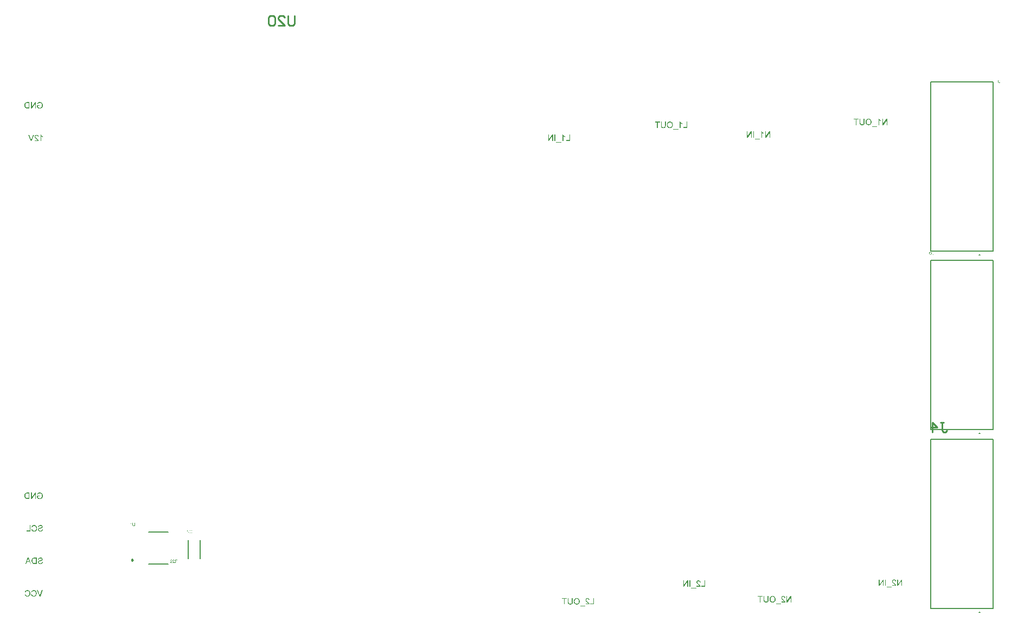
<source format=gbo>
G04*
G04 #@! TF.GenerationSoftware,Altium Limited,Altium Designer,21.6.4 (81)*
G04*
G04 Layer_Color=32896*
%FSLAX25Y25*%
%MOIN*%
G70*
G04*
G04 #@! TF.SameCoordinates,D5C6F8BD-756C-4CA3-9184-76241C2A0D58*
G04*
G04*
G04 #@! TF.FilePolarity,Positive*
G04*
G01*
G75*
%ADD10C,0.00984*%
%ADD11C,0.00787*%
%ADD14C,0.00500*%
%ADD16C,0.01000*%
G36*
X469144Y40326D02*
X469238Y40320D01*
X469327Y40304D01*
X469410Y40287D01*
X469488Y40265D01*
X469560Y40243D01*
X469627Y40215D01*
X469688Y40187D01*
X469743Y40159D01*
X469788Y40132D01*
X469826Y40110D01*
X469860Y40087D01*
X469887Y40071D01*
X469904Y40054D01*
X469915Y40049D01*
X469921Y40043D01*
X469976Y39987D01*
X470026Y39926D01*
X470076Y39860D01*
X470115Y39793D01*
X470182Y39660D01*
X470226Y39527D01*
X470243Y39466D01*
X470259Y39405D01*
X470270Y39355D01*
X470282Y39310D01*
X470287Y39272D01*
Y39244D01*
X470293Y39227D01*
Y39222D01*
X469810Y39172D01*
X469799Y39299D01*
X469776Y39410D01*
X469743Y39510D01*
X469704Y39588D01*
X469671Y39654D01*
X469638Y39699D01*
X469616Y39727D01*
X469604Y39738D01*
X469521Y39804D01*
X469432Y39854D01*
X469338Y39893D01*
X469255Y39915D01*
X469177Y39932D01*
X469110Y39937D01*
X469088Y39943D01*
X469055D01*
X468938Y39937D01*
X468833Y39915D01*
X468744Y39882D01*
X468666Y39849D01*
X468605Y39810D01*
X468567Y39782D01*
X468539Y39760D01*
X468528Y39749D01*
X468461Y39671D01*
X468411Y39593D01*
X468372Y39516D01*
X468350Y39438D01*
X468333Y39377D01*
X468328Y39321D01*
X468322Y39288D01*
Y39283D01*
Y39277D01*
X468333Y39177D01*
X468356Y39072D01*
X468395Y38977D01*
X468433Y38888D01*
X468478Y38816D01*
X468517Y38755D01*
X468528Y38733D01*
X468539Y38717D01*
X468550Y38711D01*
Y38705D01*
X468594Y38644D01*
X468650Y38583D01*
X468711Y38517D01*
X468778Y38450D01*
X468916Y38317D01*
X469055Y38184D01*
X469127Y38123D01*
X469188Y38067D01*
X469249Y38017D01*
X469299Y37973D01*
X469338Y37940D01*
X469371Y37912D01*
X469393Y37895D01*
X469399Y37890D01*
X469538Y37773D01*
X469665Y37662D01*
X469771Y37562D01*
X469854Y37479D01*
X469926Y37407D01*
X469976Y37357D01*
X470004Y37323D01*
X470015Y37318D01*
Y37312D01*
X470093Y37218D01*
X470154Y37129D01*
X470209Y37040D01*
X470254Y36963D01*
X470287Y36896D01*
X470309Y36846D01*
X470320Y36813D01*
X470326Y36807D01*
Y36802D01*
X470348Y36741D01*
X470359Y36685D01*
X470370Y36630D01*
X470376Y36580D01*
X470381Y36535D01*
Y36502D01*
Y36480D01*
Y36474D01*
X467834D01*
Y36929D01*
X469727D01*
X469660Y37024D01*
X469627Y37063D01*
X469599Y37101D01*
X469571Y37135D01*
X469549Y37157D01*
X469532Y37174D01*
X469527Y37179D01*
X469499Y37207D01*
X469466Y37235D01*
X469388Y37307D01*
X469299Y37390D01*
X469205Y37473D01*
X469116Y37545D01*
X469077Y37579D01*
X469044Y37612D01*
X469016Y37634D01*
X468994Y37651D01*
X468983Y37662D01*
X468977Y37668D01*
X468889Y37745D01*
X468800Y37817D01*
X468722Y37890D01*
X468650Y37951D01*
X468583Y38012D01*
X468528Y38067D01*
X468472Y38117D01*
X468428Y38162D01*
X468383Y38206D01*
X468350Y38239D01*
X468322Y38267D01*
X468295Y38295D01*
X468267Y38328D01*
X468256Y38339D01*
X468178Y38433D01*
X468111Y38517D01*
X468056Y38600D01*
X468012Y38666D01*
X467978Y38728D01*
X467956Y38772D01*
X467945Y38800D01*
X467939Y38811D01*
X467906Y38894D01*
X467884Y38977D01*
X467862Y39055D01*
X467851Y39122D01*
X467845Y39183D01*
X467839Y39227D01*
Y39255D01*
Y39266D01*
X467845Y39349D01*
X467856Y39427D01*
X467867Y39505D01*
X467889Y39571D01*
X467945Y39704D01*
X468001Y39810D01*
X468034Y39860D01*
X468061Y39899D01*
X468089Y39937D01*
X468117Y39965D01*
X468139Y39987D01*
X468150Y40010D01*
X468161Y40015D01*
X468167Y40021D01*
X468228Y40076D01*
X468295Y40126D01*
X468367Y40165D01*
X468439Y40198D01*
X468583Y40254D01*
X468727Y40293D01*
X468789Y40304D01*
X468850Y40315D01*
X468905Y40320D01*
X468950Y40326D01*
X468988Y40332D01*
X469044D01*
X469144Y40326D01*
D02*
G37*
G36*
X474000Y36474D02*
X473512D01*
Y39488D01*
X471502Y36474D01*
X470975D01*
Y40315D01*
X471464D01*
Y37296D01*
X473478Y40315D01*
X474000D01*
Y36474D01*
D02*
G37*
G36*
X459970Y38095D02*
Y37984D01*
X459964Y37878D01*
X459959Y37778D01*
X459947Y37684D01*
X459936Y37601D01*
X459925Y37523D01*
X459909Y37451D01*
X459898Y37385D01*
X459886Y37323D01*
X459870Y37273D01*
X459859Y37229D01*
X459847Y37196D01*
X459836Y37168D01*
X459831Y37146D01*
X459825Y37135D01*
Y37129D01*
X459764Y37007D01*
X459687Y36896D01*
X459609Y36807D01*
X459526Y36730D01*
X459453Y36669D01*
X459392Y36624D01*
X459370Y36613D01*
X459353Y36602D01*
X459342Y36591D01*
X459337D01*
X459198Y36530D01*
X459054Y36485D01*
X458904Y36452D01*
X458765Y36430D01*
X458704Y36424D01*
X458643Y36419D01*
X458588Y36413D01*
X458543D01*
X458504Y36408D01*
X458454D01*
X458255Y36419D01*
X458166Y36430D01*
X458083Y36441D01*
X457999Y36458D01*
X457927Y36474D01*
X457861Y36491D01*
X457799Y36513D01*
X457744Y36535D01*
X457700Y36552D01*
X457655Y36569D01*
X457622Y36585D01*
X457594Y36602D01*
X457578Y36608D01*
X457566Y36619D01*
X457561D01*
X457439Y36702D01*
X457339Y36796D01*
X457261Y36885D01*
X457195Y36974D01*
X457145Y37051D01*
X457111Y37113D01*
X457100Y37135D01*
X457089Y37151D01*
X457084Y37163D01*
Y37168D01*
X457061Y37235D01*
X457039Y37307D01*
X457006Y37457D01*
X456984Y37612D01*
X456967Y37762D01*
X456961Y37828D01*
X456956Y37895D01*
Y37951D01*
X456950Y38001D01*
Y38039D01*
Y38067D01*
Y38089D01*
Y38095D01*
Y40315D01*
X457461D01*
Y38095D01*
Y37967D01*
X457472Y37845D01*
X457483Y37740D01*
X457500Y37640D01*
X457516Y37551D01*
X457539Y37468D01*
X457555Y37396D01*
X457578Y37334D01*
X457600Y37285D01*
X457622Y37235D01*
X457644Y37201D01*
X457661Y37168D01*
X457678Y37146D01*
X457689Y37129D01*
X457694Y37124D01*
X457700Y37118D01*
X457750Y37074D01*
X457805Y37035D01*
X457927Y36974D01*
X458055Y36929D01*
X458188Y36902D01*
X458310Y36879D01*
X458360Y36874D01*
X458410D01*
X458443Y36868D01*
X458499D01*
X458615Y36874D01*
X458721Y36891D01*
X458821Y36907D01*
X458898Y36935D01*
X458965Y36957D01*
X459015Y36974D01*
X459043Y36990D01*
X459054Y36996D01*
X459131Y37046D01*
X459198Y37107D01*
X459254Y37168D01*
X459293Y37224D01*
X459326Y37279D01*
X459353Y37318D01*
X459365Y37346D01*
X459370Y37357D01*
X459387Y37407D01*
X459398Y37457D01*
X459420Y37573D01*
X459437Y37695D01*
X459448Y37817D01*
X459453Y37923D01*
Y37973D01*
X459459Y38012D01*
Y38045D01*
Y38073D01*
Y38089D01*
Y38095D01*
Y40315D01*
X459970D01*
Y38095D01*
D02*
G37*
G36*
X456390Y39860D02*
X455124D01*
Y36474D01*
X454614D01*
Y39860D01*
X453348D01*
Y40315D01*
X456390D01*
Y39860D01*
D02*
G37*
G36*
X462617Y40376D02*
X462756Y40359D01*
X462889Y40332D01*
X463017Y40298D01*
X463133Y40254D01*
X463244Y40209D01*
X463344Y40159D01*
X463433Y40110D01*
X463516Y40060D01*
X463588Y40010D01*
X463649Y39965D01*
X463699Y39921D01*
X463738Y39887D01*
X463771Y39860D01*
X463788Y39843D01*
X463794Y39838D01*
X463882Y39732D01*
X463960Y39621D01*
X464032Y39499D01*
X464088Y39377D01*
X464138Y39249D01*
X464182Y39127D01*
X464215Y39005D01*
X464238Y38888D01*
X464260Y38778D01*
X464276Y38672D01*
X464288Y38578D01*
X464299Y38500D01*
Y38433D01*
X464304Y38383D01*
Y38350D01*
Y38345D01*
Y38339D01*
X464293Y38150D01*
X464271Y37978D01*
X464238Y37812D01*
X464215Y37740D01*
X464193Y37668D01*
X464177Y37606D01*
X464154Y37551D01*
X464138Y37501D01*
X464121Y37457D01*
X464110Y37423D01*
X464099Y37401D01*
X464088Y37385D01*
Y37379D01*
X463993Y37218D01*
X463894Y37079D01*
X463782Y36957D01*
X463677Y36857D01*
X463583Y36774D01*
X463544Y36741D01*
X463511Y36718D01*
X463477Y36696D01*
X463455Y36680D01*
X463444Y36674D01*
X463438Y36669D01*
X463355Y36624D01*
X463272Y36585D01*
X463105Y36519D01*
X462944Y36474D01*
X462794Y36441D01*
X462722Y36430D01*
X462661Y36424D01*
X462606Y36413D01*
X462556D01*
X462523Y36408D01*
X462467D01*
X462284Y36419D01*
X462112Y36446D01*
X461951Y36480D01*
X461879Y36502D01*
X461812Y36524D01*
X461751Y36546D01*
X461696Y36569D01*
X461651Y36585D01*
X461612Y36602D01*
X461579Y36619D01*
X461551Y36630D01*
X461540Y36641D01*
X461535D01*
X461379Y36741D01*
X461246Y36852D01*
X461135Y36968D01*
X461041Y37079D01*
X460963Y37185D01*
X460935Y37224D01*
X460913Y37262D01*
X460891Y37296D01*
X460880Y37318D01*
X460869Y37334D01*
Y37340D01*
X460824Y37429D01*
X460791Y37518D01*
X460730Y37695D01*
X460685Y37873D01*
X460658Y38034D01*
X460652Y38106D01*
X460641Y38173D01*
X460636Y38234D01*
Y38284D01*
X460630Y38328D01*
Y38356D01*
Y38378D01*
Y38383D01*
X460641Y38594D01*
X460663Y38789D01*
X460680Y38877D01*
X460702Y38966D01*
X460724Y39044D01*
X460741Y39116D01*
X460763Y39183D01*
X460785Y39244D01*
X460802Y39294D01*
X460824Y39338D01*
X460835Y39371D01*
X460847Y39394D01*
X460858Y39410D01*
Y39416D01*
X460946Y39577D01*
X461052Y39721D01*
X461163Y39843D01*
X461263Y39943D01*
X461357Y40021D01*
X461402Y40054D01*
X461435Y40082D01*
X461468Y40098D01*
X461490Y40115D01*
X461501Y40121D01*
X461507Y40126D01*
X461590Y40171D01*
X461673Y40209D01*
X461834Y40276D01*
X462001Y40320D01*
X462145Y40348D01*
X462212Y40359D01*
X462278Y40370D01*
X462328Y40376D01*
X462378D01*
X462417Y40382D01*
X462467D01*
X462617Y40376D01*
D02*
G37*
G36*
X467634Y35409D02*
X464509D01*
Y35747D01*
X467634D01*
Y35409D01*
D02*
G37*
G36*
X537178Y50525D02*
X537272Y50519D01*
X537361Y50503D01*
X537444Y50486D01*
X537522Y50464D01*
X537594Y50441D01*
X537661Y50414D01*
X537722Y50386D01*
X537777Y50358D01*
X537822Y50331D01*
X537860Y50308D01*
X537894Y50286D01*
X537921Y50270D01*
X537938Y50253D01*
X537949Y50247D01*
X537955Y50242D01*
X538010Y50186D01*
X538060Y50125D01*
X538110Y50059D01*
X538149Y49992D01*
X538216Y49859D01*
X538260Y49726D01*
X538277Y49665D01*
X538293Y49604D01*
X538305Y49553D01*
X538316Y49509D01*
X538321Y49470D01*
Y49442D01*
X538327Y49426D01*
Y49420D01*
X537844Y49370D01*
X537833Y49498D01*
X537811Y49609D01*
X537777Y49709D01*
X537738Y49787D01*
X537705Y49853D01*
X537672Y49898D01*
X537650Y49925D01*
X537639Y49937D01*
X537555Y50003D01*
X537466Y50053D01*
X537372Y50092D01*
X537289Y50114D01*
X537211Y50131D01*
X537145Y50136D01*
X537122Y50142D01*
X537089D01*
X536973Y50136D01*
X536867Y50114D01*
X536778Y50081D01*
X536700Y50047D01*
X536639Y50009D01*
X536601Y49981D01*
X536573Y49959D01*
X536562Y49948D01*
X536495Y49870D01*
X536445Y49792D01*
X536406Y49714D01*
X536384Y49637D01*
X536368Y49576D01*
X536362Y49520D01*
X536356Y49487D01*
Y49481D01*
Y49476D01*
X536368Y49376D01*
X536390Y49270D01*
X536429Y49176D01*
X536467Y49087D01*
X536512Y49015D01*
X536551Y48954D01*
X536562Y48932D01*
X536573Y48915D01*
X536584Y48910D01*
Y48904D01*
X536628Y48843D01*
X536684Y48782D01*
X536745Y48715D01*
X536811Y48649D01*
X536950Y48516D01*
X537089Y48382D01*
X537161Y48321D01*
X537222Y48266D01*
X537283Y48216D01*
X537333Y48172D01*
X537372Y48138D01*
X537405Y48110D01*
X537428Y48094D01*
X537433Y48088D01*
X537572Y47972D01*
X537700Y47861D01*
X537805Y47761D01*
X537888Y47678D01*
X537960Y47605D01*
X538010Y47556D01*
X538038Y47522D01*
X538049Y47517D01*
Y47511D01*
X538127Y47417D01*
X538188Y47328D01*
X538243Y47239D01*
X538288Y47161D01*
X538321Y47095D01*
X538343Y47045D01*
X538354Y47012D01*
X538360Y47006D01*
Y47001D01*
X538382Y46940D01*
X538393Y46884D01*
X538404Y46828D01*
X538410Y46779D01*
X538415Y46734D01*
Y46701D01*
Y46679D01*
Y46673D01*
X535868D01*
Y47128D01*
X537761D01*
X537694Y47223D01*
X537661Y47261D01*
X537633Y47300D01*
X537605Y47333D01*
X537583Y47356D01*
X537566Y47372D01*
X537561Y47378D01*
X537533Y47406D01*
X537500Y47433D01*
X537422Y47506D01*
X537333Y47589D01*
X537239Y47672D01*
X537150Y47744D01*
X537111Y47778D01*
X537078Y47811D01*
X537050Y47833D01*
X537028Y47850D01*
X537017Y47861D01*
X537011Y47866D01*
X536923Y47944D01*
X536834Y48016D01*
X536756Y48088D01*
X536684Y48149D01*
X536617Y48210D01*
X536562Y48266D01*
X536506Y48316D01*
X536462Y48360D01*
X536417Y48405D01*
X536384Y48438D01*
X536356Y48466D01*
X536329Y48493D01*
X536301Y48527D01*
X536290Y48538D01*
X536212Y48632D01*
X536145Y48715D01*
X536090Y48799D01*
X536046Y48865D01*
X536012Y48926D01*
X535990Y48971D01*
X535979Y48998D01*
X535974Y49010D01*
X535940Y49093D01*
X535918Y49176D01*
X535896Y49254D01*
X535885Y49320D01*
X535879Y49382D01*
X535874Y49426D01*
Y49454D01*
Y49465D01*
X535879Y49548D01*
X535890Y49626D01*
X535901Y49703D01*
X535923Y49770D01*
X535979Y49903D01*
X536034Y50009D01*
X536068Y50059D01*
X536096Y50097D01*
X536123Y50136D01*
X536151Y50164D01*
X536173Y50186D01*
X536184Y50208D01*
X536196Y50214D01*
X536201Y50220D01*
X536262Y50275D01*
X536329Y50325D01*
X536401Y50364D01*
X536473Y50397D01*
X536617Y50453D01*
X536762Y50491D01*
X536823Y50503D01*
X536884Y50514D01*
X536939Y50519D01*
X536984Y50525D01*
X537022Y50530D01*
X537078D01*
X537178Y50525D01*
D02*
G37*
G36*
X542034Y46673D02*
X541546D01*
Y49687D01*
X539537Y46673D01*
X539009D01*
Y50514D01*
X539498D01*
Y47495D01*
X541512Y50514D01*
X542034D01*
Y46673D01*
D02*
G37*
G36*
X530695D02*
X530207D01*
Y49687D01*
X528198Y46673D01*
X527671D01*
Y50514D01*
X528159D01*
Y47495D01*
X530174Y50514D01*
X530695D01*
Y46673D01*
D02*
G37*
G36*
X532100D02*
X531589D01*
Y50514D01*
X532100D01*
Y46673D01*
D02*
G37*
G36*
X535668Y45608D02*
X532544D01*
Y45946D01*
X535668D01*
Y45608D01*
D02*
G37*
G36*
X348805Y39040D02*
X348899Y39035D01*
X348988Y39018D01*
X349071Y39001D01*
X349149Y38979D01*
X349221Y38957D01*
X349288Y38929D01*
X349349Y38901D01*
X349404Y38874D01*
X349449Y38846D01*
X349487Y38824D01*
X349521Y38801D01*
X349549Y38785D01*
X349565Y38768D01*
X349576Y38763D01*
X349582Y38757D01*
X349637Y38702D01*
X349687Y38640D01*
X349737Y38574D01*
X349776Y38507D01*
X349843Y38374D01*
X349887Y38241D01*
X349904Y38180D01*
X349920Y38119D01*
X349932Y38069D01*
X349943Y38024D01*
X349948Y37986D01*
Y37958D01*
X349954Y37941D01*
Y37936D01*
X349471Y37886D01*
X349460Y38013D01*
X349438Y38124D01*
X349404Y38224D01*
X349365Y38302D01*
X349332Y38368D01*
X349299Y38413D01*
X349277Y38441D01*
X349266Y38452D01*
X349182Y38518D01*
X349094Y38568D01*
X348999Y38607D01*
X348916Y38629D01*
X348838Y38646D01*
X348772Y38652D01*
X348749Y38657D01*
X348716D01*
X348600Y38652D01*
X348494Y38629D01*
X348405Y38596D01*
X348328Y38563D01*
X348267Y38524D01*
X348228Y38496D01*
X348200Y38474D01*
X348189Y38463D01*
X348122Y38385D01*
X348072Y38307D01*
X348033Y38230D01*
X348011Y38152D01*
X347995Y38091D01*
X347989Y38036D01*
X347984Y38002D01*
Y37997D01*
Y37991D01*
X347995Y37891D01*
X348017Y37786D01*
X348056Y37691D01*
X348095Y37603D01*
X348139Y37530D01*
X348178Y37469D01*
X348189Y37447D01*
X348200Y37431D01*
X348211Y37425D01*
Y37420D01*
X348255Y37358D01*
X348311Y37297D01*
X348372Y37231D01*
X348439Y37164D01*
X348577Y37031D01*
X348716Y36898D01*
X348788Y36837D01*
X348849Y36781D01*
X348910Y36731D01*
X348960Y36687D01*
X348999Y36654D01*
X349032Y36626D01*
X349055Y36609D01*
X349060Y36604D01*
X349199Y36487D01*
X349327Y36376D01*
X349432Y36276D01*
X349515Y36193D01*
X349587Y36121D01*
X349637Y36071D01*
X349665Y36037D01*
X349676Y36032D01*
Y36026D01*
X349754Y35932D01*
X349815Y35843D01*
X349870Y35754D01*
X349915Y35677D01*
X349948Y35610D01*
X349970Y35560D01*
X349981Y35527D01*
X349987Y35521D01*
Y35516D01*
X350009Y35455D01*
X350020Y35399D01*
X350031Y35344D01*
X350037Y35294D01*
X350043Y35249D01*
Y35216D01*
Y35194D01*
Y35188D01*
X347495D01*
Y35644D01*
X349388D01*
X349321Y35738D01*
X349288Y35777D01*
X349260Y35816D01*
X349232Y35849D01*
X349210Y35871D01*
X349193Y35888D01*
X349188Y35893D01*
X349160Y35921D01*
X349127Y35949D01*
X349049Y36021D01*
X348960Y36104D01*
X348866Y36187D01*
X348777Y36259D01*
X348738Y36293D01*
X348705Y36326D01*
X348677Y36348D01*
X348655Y36365D01*
X348644Y36376D01*
X348638Y36382D01*
X348550Y36459D01*
X348461Y36531D01*
X348383Y36604D01*
X348311Y36665D01*
X348244Y36726D01*
X348189Y36781D01*
X348133Y36831D01*
X348089Y36876D01*
X348044Y36920D01*
X348011Y36953D01*
X347984Y36981D01*
X347956Y37009D01*
X347928Y37042D01*
X347917Y37053D01*
X347839Y37148D01*
X347773Y37231D01*
X347717Y37314D01*
X347673Y37381D01*
X347639Y37442D01*
X347617Y37486D01*
X347606Y37514D01*
X347601Y37525D01*
X347567Y37608D01*
X347545Y37691D01*
X347523Y37769D01*
X347512Y37836D01*
X347506Y37897D01*
X347501Y37941D01*
Y37969D01*
Y37980D01*
X347506Y38063D01*
X347517Y38141D01*
X347528Y38219D01*
X347551Y38285D01*
X347606Y38418D01*
X347662Y38524D01*
X347695Y38574D01*
X347723Y38613D01*
X347750Y38652D01*
X347778Y38679D01*
X347800Y38702D01*
X347811Y38724D01*
X347822Y38729D01*
X347828Y38735D01*
X347889Y38790D01*
X347956Y38840D01*
X348028Y38879D01*
X348100Y38912D01*
X348244Y38968D01*
X348389Y39007D01*
X348450Y39018D01*
X348511Y39029D01*
X348566Y39035D01*
X348611Y39040D01*
X348650Y39046D01*
X348705D01*
X348805Y39040D01*
D02*
G37*
G36*
X339631Y36809D02*
Y36698D01*
X339625Y36593D01*
X339620Y36493D01*
X339609Y36398D01*
X339597Y36315D01*
X339586Y36237D01*
X339570Y36165D01*
X339559Y36099D01*
X339547Y36037D01*
X339531Y35988D01*
X339520Y35943D01*
X339509Y35910D01*
X339497Y35882D01*
X339492Y35860D01*
X339486Y35849D01*
Y35843D01*
X339425Y35721D01*
X339348Y35610D01*
X339270Y35521D01*
X339187Y35444D01*
X339115Y35383D01*
X339054Y35338D01*
X339031Y35327D01*
X339015Y35316D01*
X339004Y35305D01*
X338998D01*
X338859Y35244D01*
X338715Y35199D01*
X338565Y35166D01*
X338426Y35144D01*
X338365Y35138D01*
X338304Y35133D01*
X338249Y35127D01*
X338204D01*
X338165Y35122D01*
X338116D01*
X337916Y35133D01*
X337827Y35144D01*
X337744Y35155D01*
X337661Y35172D01*
X337588Y35188D01*
X337522Y35205D01*
X337461Y35227D01*
X337405Y35249D01*
X337361Y35266D01*
X337316Y35283D01*
X337283Y35299D01*
X337255Y35316D01*
X337239Y35322D01*
X337228Y35333D01*
X337222D01*
X337100Y35416D01*
X337000Y35510D01*
X336922Y35599D01*
X336856Y35688D01*
X336806Y35766D01*
X336772Y35827D01*
X336761Y35849D01*
X336750Y35866D01*
X336745Y35877D01*
Y35882D01*
X336722Y35949D01*
X336700Y36021D01*
X336667Y36171D01*
X336645Y36326D01*
X336628Y36476D01*
X336623Y36543D01*
X336617Y36609D01*
Y36665D01*
X336612Y36715D01*
Y36753D01*
Y36781D01*
Y36803D01*
Y36809D01*
Y39029D01*
X337122D01*
Y36809D01*
Y36681D01*
X337133Y36559D01*
X337144Y36454D01*
X337161Y36354D01*
X337178Y36265D01*
X337200Y36182D01*
X337216Y36110D01*
X337239Y36049D01*
X337261Y35999D01*
X337283Y35949D01*
X337305Y35915D01*
X337322Y35882D01*
X337339Y35860D01*
X337350Y35843D01*
X337355Y35838D01*
X337361Y35832D01*
X337411Y35788D01*
X337466Y35749D01*
X337588Y35688D01*
X337716Y35644D01*
X337849Y35616D01*
X337971Y35594D01*
X338021Y35588D01*
X338071D01*
X338105Y35582D01*
X338160D01*
X338277Y35588D01*
X338382Y35605D01*
X338482Y35621D01*
X338560Y35649D01*
X338626Y35671D01*
X338676Y35688D01*
X338704Y35704D01*
X338715Y35710D01*
X338793Y35760D01*
X338859Y35821D01*
X338915Y35882D01*
X338954Y35938D01*
X338987Y35993D01*
X339015Y36032D01*
X339026Y36060D01*
X339031Y36071D01*
X339048Y36121D01*
X339059Y36171D01*
X339081Y36287D01*
X339098Y36409D01*
X339109Y36531D01*
X339115Y36637D01*
Y36687D01*
X339120Y36726D01*
Y36759D01*
Y36787D01*
Y36803D01*
Y36809D01*
Y39029D01*
X339631D01*
Y36809D01*
D02*
G37*
G36*
X352790Y35188D02*
X350387D01*
Y35644D01*
X352279D01*
Y39029D01*
X352790D01*
Y35188D01*
D02*
G37*
G36*
X336051Y38574D02*
X334786D01*
Y35188D01*
X334275D01*
Y38574D01*
X333010D01*
Y39029D01*
X336051D01*
Y38574D01*
D02*
G37*
G36*
X342278Y39090D02*
X342417Y39073D01*
X342550Y39046D01*
X342678Y39012D01*
X342794Y38968D01*
X342905Y38923D01*
X343005Y38874D01*
X343094Y38824D01*
X343177Y38774D01*
X343249Y38724D01*
X343310Y38679D01*
X343360Y38635D01*
X343399Y38602D01*
X343432Y38574D01*
X343449Y38557D01*
X343455Y38552D01*
X343544Y38446D01*
X343621Y38335D01*
X343693Y38213D01*
X343749Y38091D01*
X343799Y37963D01*
X343843Y37841D01*
X343877Y37719D01*
X343899Y37603D01*
X343921Y37492D01*
X343937Y37386D01*
X343949Y37292D01*
X343960Y37214D01*
Y37148D01*
X343965Y37098D01*
Y37064D01*
Y37059D01*
Y37053D01*
X343954Y36865D01*
X343932Y36692D01*
X343899Y36526D01*
X343877Y36454D01*
X343854Y36382D01*
X343838Y36321D01*
X343815Y36265D01*
X343799Y36215D01*
X343782Y36171D01*
X343771Y36137D01*
X343760Y36115D01*
X343749Y36099D01*
Y36093D01*
X343654Y35932D01*
X343555Y35793D01*
X343444Y35671D01*
X343338Y35571D01*
X343244Y35488D01*
X343205Y35455D01*
X343172Y35433D01*
X343138Y35410D01*
X343116Y35394D01*
X343105Y35388D01*
X343099Y35383D01*
X343016Y35338D01*
X342933Y35299D01*
X342766Y35233D01*
X342605Y35188D01*
X342456Y35155D01*
X342384Y35144D01*
X342322Y35138D01*
X342267Y35127D01*
X342217D01*
X342184Y35122D01*
X342128D01*
X341945Y35133D01*
X341773Y35161D01*
X341612Y35194D01*
X341540Y35216D01*
X341473Y35238D01*
X341412Y35260D01*
X341357Y35283D01*
X341312Y35299D01*
X341273Y35316D01*
X341240Y35333D01*
X341213Y35344D01*
X341201Y35355D01*
X341196D01*
X341040Y35455D01*
X340907Y35566D01*
X340796Y35682D01*
X340702Y35793D01*
X340624Y35899D01*
X340596Y35938D01*
X340574Y35976D01*
X340552Y36010D01*
X340541Y36032D01*
X340530Y36049D01*
Y36054D01*
X340485Y36143D01*
X340452Y36232D01*
X340391Y36409D01*
X340347Y36587D01*
X340319Y36748D01*
X340313Y36820D01*
X340302Y36887D01*
X340297Y36948D01*
Y36998D01*
X340291Y37042D01*
Y37070D01*
Y37092D01*
Y37098D01*
X340302Y37308D01*
X340324Y37503D01*
X340341Y37591D01*
X340363Y37680D01*
X340386Y37758D01*
X340402Y37830D01*
X340424Y37897D01*
X340447Y37958D01*
X340463Y38008D01*
X340485Y38052D01*
X340496Y38085D01*
X340508Y38108D01*
X340519Y38124D01*
Y38130D01*
X340608Y38291D01*
X340713Y38435D01*
X340824Y38557D01*
X340924Y38657D01*
X341018Y38735D01*
X341063Y38768D01*
X341096Y38796D01*
X341129Y38813D01*
X341151Y38829D01*
X341162Y38835D01*
X341168Y38840D01*
X341251Y38885D01*
X341335Y38923D01*
X341495Y38990D01*
X341662Y39035D01*
X341806Y39062D01*
X341873Y39073D01*
X341939Y39085D01*
X341989Y39090D01*
X342039D01*
X342078Y39096D01*
X342128D01*
X342278Y39090D01*
D02*
G37*
G36*
X347295Y34123D02*
X344171D01*
Y34461D01*
X347295D01*
Y34123D01*
D02*
G37*
G36*
X417015Y49932D02*
X417109Y49927D01*
X417198Y49910D01*
X417281Y49893D01*
X417359Y49871D01*
X417431Y49849D01*
X417498Y49821D01*
X417559Y49793D01*
X417615Y49766D01*
X417659Y49738D01*
X417698Y49716D01*
X417731Y49694D01*
X417759Y49677D01*
X417775Y49660D01*
X417787Y49655D01*
X417792Y49649D01*
X417848Y49594D01*
X417898Y49533D01*
X417947Y49466D01*
X417986Y49400D01*
X418053Y49266D01*
X418097Y49133D01*
X418114Y49072D01*
X418131Y49011D01*
X418142Y48961D01*
X418153Y48917D01*
X418158Y48878D01*
Y48850D01*
X418164Y48833D01*
Y48828D01*
X417681Y48778D01*
X417670Y48906D01*
X417648Y49016D01*
X417615Y49116D01*
X417576Y49194D01*
X417542Y49261D01*
X417509Y49305D01*
X417487Y49333D01*
X417476Y49344D01*
X417392Y49411D01*
X417304Y49461D01*
X417209Y49499D01*
X417126Y49522D01*
X417048Y49538D01*
X416982Y49544D01*
X416960Y49549D01*
X416926D01*
X416810Y49544D01*
X416704Y49522D01*
X416615Y49488D01*
X416538Y49455D01*
X416477Y49416D01*
X416438Y49388D01*
X416410Y49366D01*
X416399Y49355D01*
X416332Y49277D01*
X416283Y49200D01*
X416244Y49122D01*
X416222Y49044D01*
X416205Y48983D01*
X416199Y48928D01*
X416194Y48894D01*
Y48889D01*
Y48883D01*
X416205Y48783D01*
X416227Y48678D01*
X416266Y48584D01*
X416305Y48495D01*
X416349Y48423D01*
X416388Y48362D01*
X416399Y48339D01*
X416410Y48323D01*
X416421Y48317D01*
Y48312D01*
X416466Y48251D01*
X416521Y48190D01*
X416582Y48123D01*
X416649Y48056D01*
X416788Y47923D01*
X416926Y47790D01*
X416998Y47729D01*
X417060Y47673D01*
X417121Y47624D01*
X417170Y47579D01*
X417209Y47546D01*
X417243Y47518D01*
X417265Y47501D01*
X417270Y47496D01*
X417409Y47379D01*
X417537Y47268D01*
X417642Y47168D01*
X417726Y47085D01*
X417798Y47013D01*
X417848Y46963D01*
X417875Y46930D01*
X417886Y46924D01*
Y46919D01*
X417964Y46824D01*
X418025Y46736D01*
X418081Y46647D01*
X418125Y46569D01*
X418158Y46502D01*
X418181Y46452D01*
X418192Y46419D01*
X418197Y46414D01*
Y46408D01*
X418219Y46347D01*
X418231Y46292D01*
X418242Y46236D01*
X418247Y46186D01*
X418253Y46142D01*
Y46108D01*
Y46086D01*
Y46081D01*
X415705D01*
Y46536D01*
X417598D01*
X417531Y46630D01*
X417498Y46669D01*
X417470Y46708D01*
X417443Y46741D01*
X417420Y46763D01*
X417404Y46780D01*
X417398Y46785D01*
X417370Y46813D01*
X417337Y46841D01*
X417259Y46913D01*
X417170Y46996D01*
X417076Y47080D01*
X416987Y47152D01*
X416949Y47185D01*
X416915Y47218D01*
X416887Y47240D01*
X416865Y47257D01*
X416854Y47268D01*
X416849Y47274D01*
X416760Y47352D01*
X416671Y47424D01*
X416593Y47496D01*
X416521Y47557D01*
X416455Y47618D01*
X416399Y47673D01*
X416343Y47723D01*
X416299Y47768D01*
X416255Y47812D01*
X416222Y47846D01*
X416194Y47873D01*
X416166Y47901D01*
X416138Y47934D01*
X416127Y47945D01*
X416049Y48040D01*
X415983Y48123D01*
X415927Y48206D01*
X415883Y48273D01*
X415850Y48334D01*
X415827Y48378D01*
X415816Y48406D01*
X415811Y48417D01*
X415777Y48500D01*
X415755Y48584D01*
X415733Y48661D01*
X415722Y48728D01*
X415716Y48789D01*
X415711Y48833D01*
Y48861D01*
Y48872D01*
X415716Y48956D01*
X415728Y49033D01*
X415739Y49111D01*
X415761Y49178D01*
X415816Y49311D01*
X415872Y49416D01*
X415905Y49466D01*
X415933Y49505D01*
X415961Y49544D01*
X415988Y49571D01*
X416011Y49594D01*
X416022Y49616D01*
X416033Y49621D01*
X416038Y49627D01*
X416099Y49683D01*
X416166Y49733D01*
X416238Y49771D01*
X416310Y49805D01*
X416455Y49860D01*
X416599Y49899D01*
X416660Y49910D01*
X416721Y49921D01*
X416777Y49927D01*
X416821Y49932D01*
X416860Y49938D01*
X416915D01*
X417015Y49932D01*
D02*
G37*
G36*
X410533Y46081D02*
X410044D01*
Y49094D01*
X408035Y46081D01*
X407508D01*
Y49921D01*
X407996D01*
Y46902D01*
X410011Y49921D01*
X410533D01*
Y46081D01*
D02*
G37*
G36*
X421000D02*
X418597D01*
Y46536D01*
X420489D01*
Y49921D01*
X421000D01*
Y46081D01*
D02*
G37*
G36*
X411937D02*
X411426D01*
Y49921D01*
X411937D01*
Y46081D01*
D02*
G37*
G36*
X415506Y45015D02*
X412381D01*
Y45353D01*
X415506D01*
Y45015D01*
D02*
G37*
G36*
X527900Y333592D02*
X527961Y333503D01*
X528033Y333414D01*
X528099Y333336D01*
X528166Y333270D01*
X528216Y333214D01*
X528238Y333197D01*
X528255Y333181D01*
X528260Y333175D01*
X528266Y333170D01*
X528382Y333075D01*
X528499Y332987D01*
X528610Y332909D01*
X528721Y332848D01*
X528815Y332792D01*
X528854Y332770D01*
X528887Y332753D01*
X528915Y332737D01*
X528937Y332731D01*
X528948Y332720D01*
X528954D01*
Y332265D01*
X528871Y332298D01*
X528788Y332337D01*
X528704Y332376D01*
X528627Y332415D01*
X528560Y332448D01*
X528505Y332476D01*
X528471Y332498D01*
X528466Y332504D01*
X528460D01*
X528360Y332565D01*
X528271Y332626D01*
X528194Y332681D01*
X528133Y332731D01*
X528077Y332770D01*
X528044Y332803D01*
X528016Y332826D01*
X528011Y332831D01*
Y329829D01*
X527539D01*
Y333686D01*
X527844D01*
X527900Y333592D01*
D02*
G37*
G36*
X533000Y329829D02*
X532512D01*
Y332842D01*
X530503Y329829D01*
X529975D01*
Y333669D01*
X530464D01*
Y330650D01*
X532478Y333669D01*
X533000D01*
Y329829D01*
D02*
G37*
G36*
X518970Y331449D02*
Y331338D01*
X518964Y331233D01*
X518959Y331133D01*
X518947Y331038D01*
X518936Y330955D01*
X518925Y330878D01*
X518909Y330805D01*
X518897Y330739D01*
X518886Y330678D01*
X518870Y330628D01*
X518859Y330583D01*
X518848Y330550D01*
X518836Y330522D01*
X518831Y330500D01*
X518825Y330489D01*
Y330484D01*
X518764Y330361D01*
X518686Y330250D01*
X518609Y330162D01*
X518526Y330084D01*
X518453Y330023D01*
X518392Y329978D01*
X518370Y329967D01*
X518354Y329956D01*
X518342Y329945D01*
X518337D01*
X518198Y329884D01*
X518054Y329840D01*
X517904Y329806D01*
X517765Y329784D01*
X517704Y329779D01*
X517643Y329773D01*
X517588Y329768D01*
X517543D01*
X517504Y329762D01*
X517454D01*
X517255Y329773D01*
X517166Y329784D01*
X517083Y329795D01*
X516999Y329812D01*
X516927Y329829D01*
X516861Y329845D01*
X516799Y329868D01*
X516744Y329890D01*
X516700Y329906D01*
X516655Y329923D01*
X516622Y329940D01*
X516594Y329956D01*
X516577Y329962D01*
X516566Y329973D01*
X516561D01*
X516439Y330056D01*
X516339Y330151D01*
X516261Y330239D01*
X516195Y330328D01*
X516145Y330406D01*
X516111Y330467D01*
X516100Y330489D01*
X516089Y330506D01*
X516084Y330517D01*
Y330522D01*
X516061Y330589D01*
X516039Y330661D01*
X516006Y330811D01*
X515984Y330966D01*
X515967Y331116D01*
X515962Y331183D01*
X515956Y331249D01*
Y331305D01*
X515950Y331355D01*
Y331394D01*
Y331421D01*
Y331444D01*
Y331449D01*
Y333669D01*
X516461D01*
Y331449D01*
Y331322D01*
X516472Y331200D01*
X516483Y331094D01*
X516500Y330994D01*
X516516Y330905D01*
X516539Y330822D01*
X516555Y330750D01*
X516577Y330689D01*
X516600Y330639D01*
X516622Y330589D01*
X516644Y330556D01*
X516661Y330522D01*
X516678Y330500D01*
X516689Y330484D01*
X516694Y330478D01*
X516700Y330472D01*
X516750Y330428D01*
X516805Y330389D01*
X516927Y330328D01*
X517055Y330284D01*
X517188Y330256D01*
X517310Y330234D01*
X517360Y330228D01*
X517410D01*
X517443Y330223D01*
X517499D01*
X517615Y330228D01*
X517721Y330245D01*
X517821Y330261D01*
X517898Y330289D01*
X517965Y330311D01*
X518015Y330328D01*
X518043Y330345D01*
X518054Y330350D01*
X518131Y330400D01*
X518198Y330461D01*
X518254Y330522D01*
X518293Y330578D01*
X518326Y330633D01*
X518354Y330672D01*
X518365Y330700D01*
X518370Y330711D01*
X518387Y330761D01*
X518398Y330811D01*
X518420Y330927D01*
X518437Y331050D01*
X518448Y331172D01*
X518453Y331277D01*
Y331327D01*
X518459Y331366D01*
Y331399D01*
Y331427D01*
Y331444D01*
Y331449D01*
Y333669D01*
X518970D01*
Y331449D01*
D02*
G37*
G36*
X515390Y333214D02*
X514124D01*
Y329829D01*
X513614D01*
Y333214D01*
X512348D01*
Y333669D01*
X515390D01*
Y333214D01*
D02*
G37*
G36*
X521617Y333730D02*
X521756Y333714D01*
X521889Y333686D01*
X522017Y333653D01*
X522133Y333608D01*
X522244Y333564D01*
X522344Y333514D01*
X522433Y333464D01*
X522516Y333414D01*
X522588Y333364D01*
X522649Y333320D01*
X522699Y333275D01*
X522738Y333242D01*
X522771Y333214D01*
X522788Y333197D01*
X522793Y333192D01*
X522882Y333086D01*
X522960Y332976D01*
X523032Y332853D01*
X523088Y332731D01*
X523138Y332604D01*
X523182Y332482D01*
X523215Y332359D01*
X523238Y332243D01*
X523260Y332132D01*
X523276Y332026D01*
X523287Y331932D01*
X523299Y331854D01*
Y331788D01*
X523304Y331738D01*
Y331704D01*
Y331699D01*
Y331693D01*
X523293Y331505D01*
X523271Y331333D01*
X523238Y331166D01*
X523215Y331094D01*
X523193Y331022D01*
X523176Y330961D01*
X523154Y330905D01*
X523138Y330855D01*
X523121Y330811D01*
X523110Y330778D01*
X523099Y330755D01*
X523088Y330739D01*
Y330733D01*
X522993Y330572D01*
X522893Y330434D01*
X522782Y330311D01*
X522677Y330212D01*
X522583Y330128D01*
X522544Y330095D01*
X522510Y330073D01*
X522477Y330051D01*
X522455Y330034D01*
X522444Y330028D01*
X522438Y330023D01*
X522355Y329978D01*
X522272Y329940D01*
X522105Y329873D01*
X521944Y329829D01*
X521795Y329795D01*
X521722Y329784D01*
X521661Y329779D01*
X521606Y329768D01*
X521556D01*
X521523Y329762D01*
X521467D01*
X521284Y329773D01*
X521112Y329801D01*
X520951Y329834D01*
X520879Y329856D01*
X520812Y329879D01*
X520751Y329901D01*
X520696Y329923D01*
X520651Y329940D01*
X520612Y329956D01*
X520579Y329973D01*
X520551Y329984D01*
X520540Y329995D01*
X520535D01*
X520379Y330095D01*
X520246Y330206D01*
X520135Y330323D01*
X520041Y330434D01*
X519963Y330539D01*
X519935Y330578D01*
X519913Y330617D01*
X519891Y330650D01*
X519880Y330672D01*
X519869Y330689D01*
Y330694D01*
X519824Y330783D01*
X519791Y330872D01*
X519730Y331050D01*
X519686Y331227D01*
X519658Y331388D01*
X519652Y331460D01*
X519641Y331527D01*
X519636Y331588D01*
Y331638D01*
X519630Y331682D01*
Y331710D01*
Y331732D01*
Y331738D01*
X519641Y331949D01*
X519663Y332143D01*
X519680Y332232D01*
X519702Y332321D01*
X519724Y332398D01*
X519741Y332470D01*
X519763Y332537D01*
X519785Y332598D01*
X519802Y332648D01*
X519824Y332692D01*
X519835Y332726D01*
X519846Y332748D01*
X519858Y332765D01*
Y332770D01*
X519946Y332931D01*
X520052Y333075D01*
X520163Y333197D01*
X520263Y333297D01*
X520357Y333375D01*
X520401Y333408D01*
X520435Y333436D01*
X520468Y333453D01*
X520490Y333469D01*
X520501Y333475D01*
X520507Y333481D01*
X520590Y333525D01*
X520673Y333564D01*
X520834Y333630D01*
X521001Y333675D01*
X521145Y333702D01*
X521212Y333714D01*
X521278Y333725D01*
X521328Y333730D01*
X521378D01*
X521417Y333736D01*
X521467D01*
X521617Y333730D01*
D02*
G37*
G36*
X526634Y328763D02*
X523510D01*
Y329102D01*
X526634D01*
Y328763D01*
D02*
G37*
G36*
X455899Y325829D02*
X455961Y325740D01*
X456033Y325651D01*
X456099Y325573D01*
X456166Y325507D01*
X456216Y325451D01*
X456238Y325434D01*
X456255Y325418D01*
X456260Y325412D01*
X456266Y325407D01*
X456382Y325312D01*
X456499Y325223D01*
X456610Y325146D01*
X456721Y325085D01*
X456815Y325029D01*
X456854Y325007D01*
X456887Y324991D01*
X456915Y324974D01*
X456937Y324968D01*
X456949Y324957D01*
X456954D01*
Y324502D01*
X456871Y324535D01*
X456788Y324574D01*
X456704Y324613D01*
X456627Y324652D01*
X456560Y324685D01*
X456504Y324713D01*
X456471Y324735D01*
X456466Y324741D01*
X456460D01*
X456360Y324802D01*
X456271Y324863D01*
X456194Y324918D01*
X456133Y324968D01*
X456077Y325007D01*
X456044Y325040D01*
X456016Y325063D01*
X456010Y325068D01*
Y322066D01*
X455539D01*
Y325923D01*
X455844D01*
X455899Y325829D01*
D02*
G37*
G36*
X461000Y322066D02*
X460512D01*
Y325079D01*
X458502Y322066D01*
X457975D01*
Y325906D01*
X458464D01*
Y322887D01*
X460478Y325906D01*
X461000D01*
Y322066D01*
D02*
G37*
G36*
X449661D02*
X449173D01*
Y325079D01*
X447164Y322066D01*
X446637D01*
Y325906D01*
X447125D01*
Y322887D01*
X449140Y325906D01*
X449661D01*
Y322066D01*
D02*
G37*
G36*
X451065D02*
X450555D01*
Y325906D01*
X451065D01*
Y322066D01*
D02*
G37*
G36*
X454634Y321000D02*
X451510D01*
Y321339D01*
X454634D01*
Y321000D01*
D02*
G37*
G36*
X405771Y331828D02*
X405832Y331740D01*
X405904Y331651D01*
X405971Y331573D01*
X406037Y331507D01*
X406087Y331451D01*
X406110Y331434D01*
X406126Y331418D01*
X406132Y331412D01*
X406137Y331407D01*
X406254Y331312D01*
X406370Y331224D01*
X406481Y331146D01*
X406592Y331085D01*
X406687Y331029D01*
X406726Y331007D01*
X406759Y330991D01*
X406786Y330974D01*
X406809Y330968D01*
X406820Y330957D01*
X406825D01*
Y330502D01*
X406742Y330535D01*
X406659Y330574D01*
X406576Y330613D01*
X406498Y330652D01*
X406431Y330685D01*
X406376Y330713D01*
X406343Y330735D01*
X406337Y330741D01*
X406331D01*
X406232Y330802D01*
X406143Y330863D01*
X406065Y330918D01*
X406004Y330968D01*
X405948Y331007D01*
X405915Y331040D01*
X405887Y331063D01*
X405882Y331068D01*
Y328066D01*
X405410D01*
Y331923D01*
X405715D01*
X405771Y331828D01*
D02*
G37*
G36*
X396841Y329686D02*
Y329575D01*
X396835Y329470D01*
X396830Y329370D01*
X396819Y329275D01*
X396808Y329192D01*
X396796Y329115D01*
X396780Y329042D01*
X396769Y328976D01*
X396758Y328915D01*
X396741Y328865D01*
X396730Y328820D01*
X396719Y328787D01*
X396708Y328759D01*
X396702Y328737D01*
X396697Y328726D01*
Y328720D01*
X396636Y328598D01*
X396558Y328487D01*
X396480Y328399D01*
X396397Y328321D01*
X396325Y328260D01*
X396264Y328216D01*
X396242Y328204D01*
X396225Y328193D01*
X396214Y328182D01*
X396208D01*
X396070Y328121D01*
X395925Y328077D01*
X395775Y328043D01*
X395637Y328021D01*
X395576Y328016D01*
X395514Y328010D01*
X395459Y328005D01*
X395415D01*
X395376Y327999D01*
X395326D01*
X395126Y328010D01*
X395037Y328021D01*
X394954Y328032D01*
X394871Y328049D01*
X394798Y328066D01*
X394732Y328082D01*
X394671Y328104D01*
X394615Y328127D01*
X394571Y328143D01*
X394527Y328160D01*
X394493Y328177D01*
X394465Y328193D01*
X394449Y328199D01*
X394438Y328210D01*
X394432D01*
X394310Y328293D01*
X394210Y328387D01*
X394132Y328476D01*
X394066Y328565D01*
X394016Y328643D01*
X393983Y328704D01*
X393972Y328726D01*
X393960Y328743D01*
X393955Y328754D01*
Y328759D01*
X393933Y328826D01*
X393911Y328898D01*
X393877Y329048D01*
X393855Y329203D01*
X393838Y329353D01*
X393833Y329420D01*
X393827Y329486D01*
Y329542D01*
X393822Y329592D01*
Y329631D01*
Y329658D01*
Y329681D01*
Y329686D01*
Y331906D01*
X394332D01*
Y329686D01*
Y329559D01*
X394343Y329436D01*
X394355Y329331D01*
X394371Y329231D01*
X394388Y329142D01*
X394410Y329059D01*
X394427Y328987D01*
X394449Y328926D01*
X394471Y328876D01*
X394493Y328826D01*
X394515Y328793D01*
X394532Y328759D01*
X394549Y328737D01*
X394560Y328720D01*
X394566Y328715D01*
X394571Y328709D01*
X394621Y328665D01*
X394676Y328626D01*
X394798Y328565D01*
X394926Y328521D01*
X395059Y328493D01*
X395181Y328471D01*
X395231Y328465D01*
X395281D01*
X395315Y328460D01*
X395370D01*
X395487Y328465D01*
X395592Y328482D01*
X395692Y328499D01*
X395770Y328526D01*
X395836Y328549D01*
X395886Y328565D01*
X395914Y328582D01*
X395925Y328587D01*
X396003Y328637D01*
X396070Y328698D01*
X396125Y328759D01*
X396164Y328815D01*
X396197Y328870D01*
X396225Y328909D01*
X396236Y328937D01*
X396242Y328948D01*
X396258Y328998D01*
X396269Y329048D01*
X396291Y329165D01*
X396308Y329287D01*
X396319Y329409D01*
X396325Y329514D01*
Y329564D01*
X396330Y329603D01*
Y329636D01*
Y329664D01*
Y329681D01*
Y329686D01*
Y331906D01*
X396841D01*
Y329686D01*
D02*
G37*
G36*
X410000Y328066D02*
X407597D01*
Y328521D01*
X409489D01*
Y331906D01*
X410000D01*
Y328066D01*
D02*
G37*
G36*
X393261Y331451D02*
X391996D01*
Y328066D01*
X391485D01*
Y331451D01*
X390220D01*
Y331906D01*
X393261D01*
Y331451D01*
D02*
G37*
G36*
X399488Y331967D02*
X399627Y331951D01*
X399760Y331923D01*
X399888Y331890D01*
X400004Y331845D01*
X400115Y331801D01*
X400215Y331751D01*
X400304Y331701D01*
X400387Y331651D01*
X400459Y331601D01*
X400521Y331557D01*
X400571Y331512D01*
X400609Y331479D01*
X400643Y331451D01*
X400659Y331434D01*
X400665Y331429D01*
X400754Y331324D01*
X400831Y331212D01*
X400904Y331090D01*
X400959Y330968D01*
X401009Y330841D01*
X401053Y330718D01*
X401087Y330596D01*
X401109Y330480D01*
X401131Y330369D01*
X401148Y330263D01*
X401159Y330169D01*
X401170Y330091D01*
Y330025D01*
X401175Y329975D01*
Y329942D01*
Y329936D01*
Y329930D01*
X401164Y329742D01*
X401142Y329570D01*
X401109Y329403D01*
X401087Y329331D01*
X401064Y329259D01*
X401048Y329198D01*
X401026Y329142D01*
X401009Y329092D01*
X400992Y329048D01*
X400981Y329015D01*
X400970Y328993D01*
X400959Y328976D01*
Y328970D01*
X400865Y328809D01*
X400765Y328671D01*
X400654Y328549D01*
X400548Y328449D01*
X400454Y328365D01*
X400415Y328332D01*
X400382Y328310D01*
X400349Y328288D01*
X400326Y328271D01*
X400315Y328265D01*
X400310Y328260D01*
X400226Y328216D01*
X400143Y328177D01*
X399977Y328110D01*
X399816Y328066D01*
X399666Y328032D01*
X399594Y328021D01*
X399533Y328016D01*
X399477Y328005D01*
X399427D01*
X399394Y327999D01*
X399339D01*
X399155Y328010D01*
X398983Y328038D01*
X398822Y328071D01*
X398750Y328093D01*
X398684Y328116D01*
X398622Y328138D01*
X398567Y328160D01*
X398523Y328177D01*
X398484Y328193D01*
X398450Y328210D01*
X398423Y328221D01*
X398412Y328232D01*
X398406D01*
X398251Y328332D01*
X398117Y328443D01*
X398006Y328559D01*
X397912Y328671D01*
X397834Y328776D01*
X397807Y328815D01*
X397784Y328854D01*
X397762Y328887D01*
X397751Y328909D01*
X397740Y328926D01*
Y328931D01*
X397696Y329020D01*
X397662Y329109D01*
X397601Y329287D01*
X397557Y329464D01*
X397529Y329625D01*
X397524Y329697D01*
X397513Y329764D01*
X397507Y329825D01*
Y329875D01*
X397501Y329919D01*
Y329947D01*
Y329969D01*
Y329975D01*
X397513Y330186D01*
X397535Y330380D01*
X397551Y330469D01*
X397573Y330557D01*
X397596Y330635D01*
X397612Y330707D01*
X397635Y330774D01*
X397657Y330835D01*
X397674Y330885D01*
X397696Y330929D01*
X397707Y330963D01*
X397718Y330985D01*
X397729Y331001D01*
Y331007D01*
X397818Y331168D01*
X397923Y331312D01*
X398034Y331434D01*
X398134Y331534D01*
X398229Y331612D01*
X398273Y331645D01*
X398306Y331673D01*
X398339Y331690D01*
X398362Y331706D01*
X398373Y331712D01*
X398378Y331717D01*
X398462Y331762D01*
X398545Y331801D01*
X398706Y331867D01*
X398872Y331912D01*
X399017Y331940D01*
X399083Y331951D01*
X399150Y331962D01*
X399200Y331967D01*
X399250D01*
X399289Y331973D01*
X399339D01*
X399488Y331967D01*
D02*
G37*
G36*
X404505Y327000D02*
X401381D01*
Y327339D01*
X404505D01*
Y327000D01*
D02*
G37*
G36*
X333771Y323829D02*
X333832Y323740D01*
X333904Y323651D01*
X333971Y323573D01*
X334037Y323507D01*
X334087Y323451D01*
X334109Y323434D01*
X334126Y323418D01*
X334132Y323412D01*
X334137Y323407D01*
X334254Y323312D01*
X334370Y323223D01*
X334481Y323146D01*
X334592Y323085D01*
X334687Y323029D01*
X334725Y323007D01*
X334759Y322990D01*
X334787Y322974D01*
X334809Y322968D01*
X334820Y322957D01*
X334825D01*
Y322502D01*
X334742Y322535D01*
X334659Y322574D01*
X334576Y322613D01*
X334498Y322652D01*
X334431Y322685D01*
X334376Y322713D01*
X334343Y322735D01*
X334337Y322741D01*
X334331D01*
X334232Y322802D01*
X334143Y322863D01*
X334065Y322918D01*
X334004Y322968D01*
X333948Y323007D01*
X333915Y323040D01*
X333887Y323063D01*
X333882Y323068D01*
Y320066D01*
X333410D01*
Y323923D01*
X333715D01*
X333771Y323829D01*
D02*
G37*
G36*
X327533Y320066D02*
X327044D01*
Y323079D01*
X325035Y320066D01*
X324508D01*
Y323906D01*
X324996D01*
Y320887D01*
X327011Y323906D01*
X327533D01*
Y320066D01*
D02*
G37*
G36*
X338000D02*
X335597D01*
Y320521D01*
X337489D01*
Y323906D01*
X338000D01*
Y320066D01*
D02*
G37*
G36*
X328937D02*
X328426D01*
Y323906D01*
X328937D01*
Y320066D01*
D02*
G37*
G36*
X332505Y319000D02*
X329381D01*
Y319338D01*
X332505D01*
Y319000D01*
D02*
G37*
G36*
X9699Y100067D02*
X9210D01*
Y103080D01*
X7201Y100067D01*
X6674D01*
Y103907D01*
X7162D01*
Y100888D01*
X9177Y103907D01*
X9699D01*
Y100067D01*
D02*
G37*
G36*
X12285Y103963D02*
X12479Y103935D01*
X12568Y103918D01*
X12651Y103896D01*
X12729Y103879D01*
X12801Y103857D01*
X12868Y103835D01*
X12923Y103813D01*
X12973Y103791D01*
X13018Y103774D01*
X13051Y103757D01*
X13073Y103746D01*
X13090Y103741D01*
X13095Y103735D01*
X13173Y103685D01*
X13251Y103635D01*
X13384Y103519D01*
X13500Y103402D01*
X13595Y103280D01*
X13673Y103175D01*
X13700Y103130D01*
X13723Y103086D01*
X13745Y103052D01*
X13756Y103030D01*
X13761Y103014D01*
X13767Y103008D01*
X13845Y102825D01*
X13900Y102642D01*
X13945Y102464D01*
X13956Y102381D01*
X13972Y102303D01*
X13978Y102231D01*
X13989Y102170D01*
X13995Y102109D01*
Y102059D01*
X14000Y102020D01*
Y101992D01*
Y101970D01*
Y101965D01*
X13989Y101759D01*
X13961Y101565D01*
X13945Y101476D01*
X13928Y101393D01*
X13906Y101310D01*
X13883Y101238D01*
X13861Y101171D01*
X13839Y101116D01*
X13822Y101060D01*
X13806Y101021D01*
X13789Y100982D01*
X13778Y100960D01*
X13767Y100944D01*
Y100938D01*
X13667Y100777D01*
X13556Y100638D01*
X13439Y100516D01*
X13329Y100416D01*
X13223Y100338D01*
X13184Y100311D01*
X13145Y100283D01*
X13112Y100266D01*
X13090Y100250D01*
X13073Y100244D01*
X13068Y100239D01*
X12979Y100194D01*
X12890Y100161D01*
X12712Y100100D01*
X12540Y100061D01*
X12379Y100028D01*
X12307Y100022D01*
X12241Y100011D01*
X12180Y100006D01*
X12130D01*
X12091Y100000D01*
X12035D01*
X11880Y100006D01*
X11730Y100022D01*
X11591Y100050D01*
X11469Y100078D01*
X11419Y100089D01*
X11369Y100100D01*
X11325Y100117D01*
X11286Y100128D01*
X11258Y100139D01*
X11236Y100144D01*
X11225Y100150D01*
X11220D01*
X11070Y100211D01*
X10931Y100283D01*
X10798Y100361D01*
X10681Y100433D01*
X10631Y100466D01*
X10581Y100499D01*
X10542Y100527D01*
X10509Y100549D01*
X10481Y100572D01*
X10459Y100588D01*
X10448Y100594D01*
X10442Y100599D01*
Y102026D01*
X12074D01*
Y101571D01*
X10942D01*
Y100849D01*
X11009Y100794D01*
X11086Y100744D01*
X11169Y100699D01*
X11247Y100661D01*
X11314Y100627D01*
X11375Y100599D01*
X11397Y100588D01*
X11408Y100583D01*
X11419Y100577D01*
X11425D01*
X11541Y100538D01*
X11658Y100505D01*
X11763Y100483D01*
X11863Y100472D01*
X11947Y100461D01*
X11980D01*
X12013Y100455D01*
X12069D01*
X12207Y100461D01*
X12341Y100483D01*
X12463Y100511D01*
X12574Y100538D01*
X12662Y100572D01*
X12701Y100583D01*
X12729Y100594D01*
X12757Y100605D01*
X12773Y100616D01*
X12785Y100622D01*
X12790D01*
X12907Y100694D01*
X13012Y100771D01*
X13101Y100855D01*
X13173Y100938D01*
X13234Y101016D01*
X13273Y101077D01*
X13290Y101099D01*
X13295Y101116D01*
X13306Y101127D01*
Y101132D01*
X13362Y101271D01*
X13406Y101415D01*
X13434Y101560D01*
X13456Y101698D01*
X13462Y101759D01*
X13467Y101815D01*
X13473Y101870D01*
Y101915D01*
X13478Y101948D01*
Y101976D01*
Y101992D01*
Y101998D01*
X13473Y102153D01*
X13456Y102292D01*
X13434Y102425D01*
X13406Y102542D01*
X13395Y102592D01*
X13378Y102636D01*
X13367Y102675D01*
X13356Y102708D01*
X13345Y102736D01*
X13340Y102753D01*
X13334Y102764D01*
Y102769D01*
X13295Y102847D01*
X13256Y102919D01*
X13217Y102986D01*
X13179Y103041D01*
X13145Y103086D01*
X13117Y103125D01*
X13095Y103147D01*
X13090Y103152D01*
X13029Y103213D01*
X12962Y103269D01*
X12890Y103313D01*
X12823Y103358D01*
X12768Y103385D01*
X12723Y103413D01*
X12690Y103424D01*
X12679Y103430D01*
X12579Y103469D01*
X12479Y103497D01*
X12374Y103513D01*
X12280Y103530D01*
X12196Y103535D01*
X12163D01*
X12135Y103541D01*
X12074D01*
X11969Y103535D01*
X11869Y103524D01*
X11780Y103508D01*
X11702Y103491D01*
X11636Y103469D01*
X11586Y103452D01*
X11558Y103441D01*
X11547Y103435D01*
X11464Y103397D01*
X11391Y103352D01*
X11325Y103308D01*
X11275Y103263D01*
X11236Y103225D01*
X11203Y103197D01*
X11186Y103175D01*
X11181Y103169D01*
X11131Y103102D01*
X11092Y103025D01*
X11053Y102953D01*
X11020Y102875D01*
X10998Y102808D01*
X10981Y102758D01*
X10975Y102736D01*
X10970Y102719D01*
X10964Y102714D01*
Y102708D01*
X10503Y102831D01*
X10542Y102969D01*
X10592Y103091D01*
X10642Y103202D01*
X10687Y103291D01*
X10731Y103363D01*
X10764Y103413D01*
X10786Y103447D01*
X10798Y103458D01*
X10875Y103547D01*
X10959Y103619D01*
X11047Y103685D01*
X11131Y103741D01*
X11208Y103779D01*
X11269Y103813D01*
X11292Y103824D01*
X11308Y103830D01*
X11319Y103835D01*
X11325D01*
X11452Y103879D01*
X11586Y103913D01*
X11708Y103940D01*
X11824Y103957D01*
X11930Y103968D01*
X11974D01*
X12008Y103974D01*
X12185D01*
X12285Y103963D01*
D02*
G37*
G36*
X5819Y100067D02*
X4437D01*
X4310Y100072D01*
X4193Y100078D01*
X4088Y100089D01*
X3999Y100100D01*
X3921Y100111D01*
X3866Y100117D01*
X3849Y100122D01*
X3832Y100128D01*
X3821D01*
X3721Y100155D01*
X3633Y100189D01*
X3555Y100216D01*
X3488Y100250D01*
X3433Y100277D01*
X3394Y100300D01*
X3372Y100316D01*
X3361Y100322D01*
X3289Y100372D01*
X3227Y100433D01*
X3166Y100488D01*
X3117Y100544D01*
X3072Y100594D01*
X3039Y100633D01*
X3017Y100661D01*
X3011Y100672D01*
X2956Y100760D01*
X2900Y100855D01*
X2856Y100944D01*
X2822Y101032D01*
X2789Y101110D01*
X2767Y101171D01*
X2761Y101193D01*
X2756Y101210D01*
X2750Y101221D01*
Y101226D01*
X2717Y101360D01*
X2689Y101493D01*
X2672Y101621D01*
X2656Y101743D01*
X2650Y101848D01*
Y101893D01*
X2645Y101931D01*
Y101959D01*
Y101987D01*
Y101998D01*
Y102004D01*
X2650Y102192D01*
X2667Y102364D01*
X2695Y102520D01*
X2706Y102592D01*
X2722Y102653D01*
X2739Y102714D01*
X2750Y102764D01*
X2761Y102808D01*
X2778Y102847D01*
X2783Y102880D01*
X2795Y102903D01*
X2800Y102914D01*
Y102919D01*
X2861Y103064D01*
X2933Y103191D01*
X3011Y103302D01*
X3083Y103397D01*
X3150Y103474D01*
X3205Y103530D01*
X3227Y103547D01*
X3244Y103563D01*
X3250Y103569D01*
X3255Y103574D01*
X3344Y103646D01*
X3438Y103702D01*
X3533Y103752D01*
X3621Y103791D01*
X3699Y103818D01*
X3760Y103835D01*
X3782Y103846D01*
X3799D01*
X3810Y103852D01*
X3816D01*
X3910Y103868D01*
X4021Y103885D01*
X4132Y103896D01*
X4243Y103902D01*
X4343Y103907D01*
X5819D01*
Y100067D01*
D02*
G37*
G36*
X8772Y83963D02*
X8950Y83935D01*
X9105Y83902D01*
X9177Y83879D01*
X9244Y83857D01*
X9305Y83835D01*
X9360Y83813D01*
X9405Y83796D01*
X9449Y83780D01*
X9477Y83763D01*
X9499Y83752D01*
X9516Y83746D01*
X9521Y83741D01*
X9671Y83646D01*
X9799Y83535D01*
X9910Y83424D01*
X10004Y83313D01*
X10076Y83214D01*
X10104Y83169D01*
X10126Y83130D01*
X10148Y83102D01*
X10159Y83080D01*
X10165Y83064D01*
X10170Y83058D01*
X10248Y82886D01*
X10304Y82708D01*
X10343Y82531D01*
X10370Y82370D01*
X10381Y82298D01*
X10387Y82226D01*
X10392Y82170D01*
Y82114D01*
X10398Y82076D01*
Y82042D01*
Y82020D01*
Y82015D01*
X10387Y81815D01*
X10365Y81621D01*
X10337Y81449D01*
X10315Y81365D01*
X10298Y81293D01*
X10282Y81226D01*
X10259Y81165D01*
X10243Y81110D01*
X10232Y81066D01*
X10215Y81032D01*
X10209Y81005D01*
X10198Y80988D01*
Y80982D01*
X10115Y80816D01*
X10021Y80666D01*
X9921Y80538D01*
X9871Y80488D01*
X9826Y80439D01*
X9782Y80394D01*
X9738Y80355D01*
X9699Y80322D01*
X9665Y80300D01*
X9643Y80278D01*
X9621Y80261D01*
X9610Y80255D01*
X9604Y80250D01*
X9527Y80205D01*
X9449Y80167D01*
X9283Y80105D01*
X9116Y80061D01*
X8955Y80033D01*
X8877Y80022D01*
X8811Y80011D01*
X8750Y80006D01*
X8700D01*
X8655Y80000D01*
X8594D01*
X8483Y80006D01*
X8378Y80017D01*
X8278Y80028D01*
X8184Y80050D01*
X8095Y80078D01*
X8011Y80105D01*
X7934Y80133D01*
X7862Y80167D01*
X7801Y80194D01*
X7740Y80222D01*
X7695Y80250D01*
X7651Y80278D01*
X7623Y80300D01*
X7595Y80311D01*
X7584Y80322D01*
X7579Y80327D01*
X7501Y80394D01*
X7434Y80461D01*
X7373Y80538D01*
X7312Y80616D01*
X7212Y80771D01*
X7135Y80927D01*
X7101Y80999D01*
X7074Y81066D01*
X7051Y81127D01*
X7035Y81177D01*
X7018Y81221D01*
X7007Y81254D01*
X7001Y81277D01*
Y81282D01*
X7512Y81410D01*
X7534Y81321D01*
X7562Y81238D01*
X7590Y81160D01*
X7617Y81088D01*
X7651Y81021D01*
X7684Y80966D01*
X7723Y80910D01*
X7756Y80860D01*
X7784Y80816D01*
X7817Y80783D01*
X7845Y80749D01*
X7867Y80721D01*
X7889Y80705D01*
X7906Y80688D01*
X7912Y80683D01*
X7917Y80677D01*
X7973Y80633D01*
X8034Y80599D01*
X8156Y80538D01*
X8272Y80494D01*
X8389Y80466D01*
X8489Y80444D01*
X8528Y80439D01*
X8567D01*
X8600Y80433D01*
X8639D01*
X8766Y80439D01*
X8889Y80461D01*
X8999Y80488D01*
X9099Y80522D01*
X9177Y80555D01*
X9210Y80572D01*
X9238Y80583D01*
X9260Y80594D01*
X9277Y80605D01*
X9288Y80611D01*
X9294D01*
X9399Y80688D01*
X9488Y80771D01*
X9566Y80866D01*
X9627Y80955D01*
X9677Y81032D01*
X9710Y81099D01*
X9721Y81127D01*
X9732Y81143D01*
X9738Y81154D01*
Y81160D01*
X9782Y81304D01*
X9815Y81449D01*
X9843Y81593D01*
X9860Y81726D01*
X9865Y81787D01*
X9871Y81843D01*
Y81893D01*
X9876Y81931D01*
Y81965D01*
Y81992D01*
Y82009D01*
Y82015D01*
X9871Y82159D01*
X9860Y82292D01*
X9838Y82414D01*
X9815Y82525D01*
X9799Y82620D01*
X9788Y82658D01*
X9776Y82692D01*
X9771Y82719D01*
X9765Y82736D01*
X9760Y82747D01*
Y82753D01*
X9704Y82880D01*
X9643Y82997D01*
X9577Y83091D01*
X9505Y83175D01*
X9443Y83241D01*
X9393Y83286D01*
X9355Y83313D01*
X9349Y83324D01*
X9344D01*
X9227Y83397D01*
X9099Y83452D01*
X8977Y83491D01*
X8861Y83513D01*
X8755Y83530D01*
X8711Y83535D01*
X8672D01*
X8644Y83541D01*
X8600D01*
X8461Y83535D01*
X8333Y83513D01*
X8228Y83480D01*
X8134Y83447D01*
X8061Y83408D01*
X8006Y83380D01*
X7973Y83358D01*
X7962Y83347D01*
X7873Y83263D01*
X7790Y83169D01*
X7723Y83069D01*
X7667Y82969D01*
X7623Y82880D01*
X7606Y82836D01*
X7595Y82803D01*
X7584Y82775D01*
X7573Y82753D01*
X7568Y82742D01*
Y82736D01*
X7068Y82853D01*
X7101Y82953D01*
X7135Y83041D01*
X7179Y83125D01*
X7218Y83208D01*
X7262Y83280D01*
X7312Y83347D01*
X7357Y83413D01*
X7401Y83469D01*
X7445Y83513D01*
X7484Y83558D01*
X7523Y83596D01*
X7551Y83624D01*
X7579Y83652D01*
X7601Y83669D01*
X7612Y83674D01*
X7617Y83680D01*
X7695Y83730D01*
X7773Y83780D01*
X7851Y83818D01*
X7934Y83852D01*
X8100Y83902D01*
X8250Y83935D01*
X8322Y83952D01*
X8383Y83957D01*
X8444Y83963D01*
X8494Y83968D01*
X8533Y83974D01*
X8589D01*
X8772Y83963D01*
D02*
G37*
G36*
X6397Y80067D02*
X3993D01*
Y80522D01*
X5886D01*
Y83907D01*
X6397D01*
Y80067D01*
D02*
G37*
G36*
X12651Y83968D02*
X12779Y83952D01*
X12901Y83929D01*
X13006Y83907D01*
X13090Y83885D01*
X13129Y83874D01*
X13156Y83863D01*
X13179Y83852D01*
X13195Y83846D01*
X13206Y83841D01*
X13212D01*
X13323Y83785D01*
X13423Y83724D01*
X13506Y83657D01*
X13573Y83596D01*
X13623Y83541D01*
X13661Y83496D01*
X13689Y83463D01*
X13695Y83458D01*
Y83452D01*
X13750Y83358D01*
X13789Y83263D01*
X13817Y83169D01*
X13834Y83086D01*
X13845Y83014D01*
X13856Y82958D01*
Y82936D01*
Y82919D01*
Y82914D01*
Y82908D01*
X13850Y82814D01*
X13834Y82725D01*
X13811Y82642D01*
X13789Y82570D01*
X13767Y82514D01*
X13745Y82470D01*
X13728Y82442D01*
X13723Y82431D01*
X13667Y82353D01*
X13600Y82281D01*
X13534Y82220D01*
X13467Y82170D01*
X13412Y82126D01*
X13362Y82098D01*
X13329Y82076D01*
X13323Y82070D01*
X13317D01*
X13273Y82048D01*
X13223Y82026D01*
X13112Y81987D01*
X12984Y81948D01*
X12862Y81909D01*
X12751Y81876D01*
X12701Y81865D01*
X12657Y81854D01*
X12624Y81843D01*
X12596Y81837D01*
X12579Y81832D01*
X12574D01*
X12479Y81809D01*
X12391Y81787D01*
X12313Y81765D01*
X12246Y81748D01*
X12180Y81732D01*
X12124Y81715D01*
X12074Y81704D01*
X12035Y81687D01*
X11997Y81676D01*
X11969Y81671D01*
X11924Y81654D01*
X11897Y81648D01*
X11891Y81643D01*
X11808Y81609D01*
X11736Y81571D01*
X11675Y81532D01*
X11630Y81498D01*
X11591Y81465D01*
X11569Y81443D01*
X11552Y81426D01*
X11547Y81421D01*
X11508Y81371D01*
X11480Y81315D01*
X11464Y81260D01*
X11447Y81215D01*
X11441Y81171D01*
X11436Y81138D01*
Y81110D01*
Y81104D01*
X11441Y81038D01*
X11452Y80977D01*
X11469Y80921D01*
X11491Y80877D01*
X11514Y80832D01*
X11530Y80805D01*
X11541Y80783D01*
X11547Y80777D01*
X11591Y80721D01*
X11647Y80677D01*
X11702Y80638D01*
X11752Y80599D01*
X11802Y80577D01*
X11841Y80555D01*
X11869Y80544D01*
X11880Y80538D01*
X11963Y80511D01*
X12052Y80488D01*
X12141Y80477D01*
X12218Y80466D01*
X12285Y80461D01*
X12341Y80455D01*
X12391D01*
X12513Y80461D01*
X12624Y80472D01*
X12723Y80488D01*
X12812Y80511D01*
X12885Y80533D01*
X12940Y80550D01*
X12957Y80555D01*
X12973Y80561D01*
X12979Y80566D01*
X12984D01*
X13073Y80611D01*
X13156Y80660D01*
X13217Y80710D01*
X13273Y80760D01*
X13317Y80799D01*
X13345Y80838D01*
X13362Y80860D01*
X13367Y80866D01*
X13406Y80938D01*
X13445Y81016D01*
X13467Y81099D01*
X13489Y81171D01*
X13506Y81243D01*
X13517Y81293D01*
Y81315D01*
X13523Y81332D01*
Y81337D01*
Y81343D01*
X14000Y81299D01*
X13989Y81160D01*
X13967Y81027D01*
X13933Y80910D01*
X13895Y80805D01*
X13856Y80721D01*
X13839Y80688D01*
X13828Y80660D01*
X13811Y80638D01*
X13806Y80622D01*
X13795Y80611D01*
Y80605D01*
X13711Y80500D01*
X13623Y80405D01*
X13528Y80327D01*
X13439Y80261D01*
X13362Y80211D01*
X13295Y80178D01*
X13273Y80167D01*
X13256Y80155D01*
X13245Y80150D01*
X13240D01*
X13101Y80100D01*
X12957Y80061D01*
X12812Y80039D01*
X12674Y80017D01*
X12607Y80011D01*
X12551Y80006D01*
X12502D01*
X12457Y80000D01*
X12368D01*
X12218Y80006D01*
X12080Y80022D01*
X11952Y80050D01*
X11847Y80078D01*
X11758Y80100D01*
X11719Y80116D01*
X11686Y80128D01*
X11664Y80139D01*
X11647Y80144D01*
X11636Y80150D01*
X11630D01*
X11514Y80211D01*
X11414Y80278D01*
X11325Y80350D01*
X11253Y80416D01*
X11197Y80472D01*
X11158Y80522D01*
X11131Y80555D01*
X11125Y80561D01*
Y80566D01*
X11064Y80672D01*
X11020Y80771D01*
X10992Y80866D01*
X10970Y80955D01*
X10959Y81032D01*
X10948Y81093D01*
Y81116D01*
Y81132D01*
Y81138D01*
Y81143D01*
X10953Y81254D01*
X10970Y81360D01*
X10998Y81454D01*
X11025Y81532D01*
X11058Y81598D01*
X11081Y81648D01*
X11103Y81676D01*
X11108Y81687D01*
X11175Y81770D01*
X11253Y81848D01*
X11336Y81915D01*
X11419Y81976D01*
X11491Y82020D01*
X11552Y82054D01*
X11575Y82065D01*
X11591Y82076D01*
X11602Y82081D01*
X11608D01*
X11652Y82103D01*
X11708Y82120D01*
X11769Y82142D01*
X11835Y82165D01*
X11974Y82203D01*
X12119Y82242D01*
X12185Y82259D01*
X12246Y82275D01*
X12307Y82292D01*
X12357Y82303D01*
X12396Y82314D01*
X12429Y82320D01*
X12452Y82326D01*
X12457D01*
X12568Y82353D01*
X12668Y82375D01*
X12757Y82403D01*
X12834Y82425D01*
X12907Y82453D01*
X12968Y82475D01*
X13023Y82498D01*
X13073Y82514D01*
X13112Y82536D01*
X13145Y82553D01*
X13168Y82564D01*
X13190Y82581D01*
X13217Y82597D01*
X13223Y82603D01*
X13273Y82658D01*
X13306Y82714D01*
X13334Y82769D01*
X13351Y82825D01*
X13362Y82869D01*
X13367Y82908D01*
Y82930D01*
Y82942D01*
X13356Y83030D01*
X13334Y83108D01*
X13301Y83175D01*
X13262Y83236D01*
X13229Y83280D01*
X13195Y83319D01*
X13173Y83341D01*
X13162Y83347D01*
X13117Y83374D01*
X13073Y83402D01*
X12968Y83447D01*
X12857Y83474D01*
X12746Y83496D01*
X12646Y83508D01*
X12601Y83513D01*
X12568Y83519D01*
X12490D01*
X12335Y83513D01*
X12196Y83491D01*
X12085Y83458D01*
X11991Y83424D01*
X11919Y83391D01*
X11863Y83358D01*
X11835Y83336D01*
X11824Y83330D01*
X11747Y83252D01*
X11686Y83169D01*
X11636Y83080D01*
X11602Y82991D01*
X11580Y82908D01*
X11564Y82847D01*
X11558Y82819D01*
X11552Y82803D01*
Y82792D01*
Y82786D01*
X11064Y82825D01*
X11075Y82947D01*
X11103Y83058D01*
X11131Y83163D01*
X11169Y83252D01*
X11203Y83324D01*
X11231Y83380D01*
X11242Y83397D01*
X11253Y83413D01*
X11258Y83419D01*
Y83424D01*
X11331Y83519D01*
X11408Y83602D01*
X11491Y83674D01*
X11575Y83730D01*
X11647Y83780D01*
X11702Y83807D01*
X11725Y83818D01*
X11741Y83829D01*
X11752Y83835D01*
X11758D01*
X11880Y83879D01*
X12013Y83913D01*
X12135Y83941D01*
X12252Y83957D01*
X12357Y83968D01*
X12396D01*
X12435Y83974D01*
X12507D01*
X12651Y83968D01*
D02*
G37*
G36*
X10248Y60067D02*
X8866D01*
X8739Y60072D01*
X8622Y60078D01*
X8517Y60089D01*
X8428Y60100D01*
X8350Y60111D01*
X8295Y60116D01*
X8278Y60122D01*
X8261Y60128D01*
X8250D01*
X8150Y60155D01*
X8061Y60189D01*
X7984Y60216D01*
X7917Y60250D01*
X7862Y60277D01*
X7823Y60300D01*
X7801Y60316D01*
X7790Y60322D01*
X7717Y60372D01*
X7656Y60433D01*
X7595Y60488D01*
X7545Y60544D01*
X7501Y60594D01*
X7468Y60633D01*
X7445Y60660D01*
X7440Y60672D01*
X7384Y60760D01*
X7329Y60855D01*
X7284Y60944D01*
X7251Y61032D01*
X7218Y61110D01*
X7196Y61171D01*
X7190Y61193D01*
X7185Y61210D01*
X7179Y61221D01*
Y61226D01*
X7146Y61360D01*
X7118Y61493D01*
X7101Y61621D01*
X7085Y61743D01*
X7079Y61848D01*
Y61893D01*
X7074Y61931D01*
Y61959D01*
Y61987D01*
Y61998D01*
Y62003D01*
X7079Y62192D01*
X7096Y62364D01*
X7124Y62520D01*
X7135Y62592D01*
X7151Y62653D01*
X7168Y62714D01*
X7179Y62764D01*
X7190Y62808D01*
X7207Y62847D01*
X7212Y62880D01*
X7223Y62903D01*
X7229Y62914D01*
Y62919D01*
X7290Y63064D01*
X7362Y63191D01*
X7440Y63302D01*
X7512Y63397D01*
X7579Y63474D01*
X7634Y63530D01*
X7656Y63547D01*
X7673Y63563D01*
X7678Y63569D01*
X7684Y63574D01*
X7773Y63646D01*
X7867Y63702D01*
X7962Y63752D01*
X8050Y63791D01*
X8128Y63818D01*
X8189Y63835D01*
X8211Y63846D01*
X8228D01*
X8239Y63852D01*
X8245D01*
X8339Y63868D01*
X8450Y63885D01*
X8561Y63896D01*
X8672Y63902D01*
X8772Y63907D01*
X10248D01*
Y60067D01*
D02*
G37*
G36*
X6796D02*
X6258D01*
X5841Y61232D01*
X4232D01*
X3782Y60067D01*
X3205D01*
X4776Y63907D01*
X5331D01*
X6796Y60067D01*
D02*
G37*
G36*
X12651Y63968D02*
X12779Y63952D01*
X12901Y63929D01*
X13006Y63907D01*
X13090Y63885D01*
X13129Y63874D01*
X13156Y63863D01*
X13179Y63852D01*
X13195Y63846D01*
X13206Y63841D01*
X13212D01*
X13323Y63785D01*
X13423Y63724D01*
X13506Y63657D01*
X13573Y63596D01*
X13623Y63541D01*
X13661Y63497D01*
X13689Y63463D01*
X13695Y63458D01*
Y63452D01*
X13750Y63358D01*
X13789Y63263D01*
X13817Y63169D01*
X13834Y63086D01*
X13845Y63014D01*
X13856Y62958D01*
Y62936D01*
Y62919D01*
Y62914D01*
Y62908D01*
X13850Y62814D01*
X13834Y62725D01*
X13811Y62642D01*
X13789Y62570D01*
X13767Y62514D01*
X13745Y62470D01*
X13728Y62442D01*
X13723Y62431D01*
X13667Y62353D01*
X13600Y62281D01*
X13534Y62220D01*
X13467Y62170D01*
X13412Y62126D01*
X13362Y62098D01*
X13329Y62076D01*
X13323Y62070D01*
X13317D01*
X13273Y62048D01*
X13223Y62026D01*
X13112Y61987D01*
X12984Y61948D01*
X12862Y61909D01*
X12751Y61876D01*
X12701Y61865D01*
X12657Y61854D01*
X12624Y61843D01*
X12596Y61837D01*
X12579Y61831D01*
X12574D01*
X12479Y61809D01*
X12391Y61787D01*
X12313Y61765D01*
X12246Y61748D01*
X12180Y61732D01*
X12124Y61715D01*
X12074Y61704D01*
X12035Y61687D01*
X11997Y61676D01*
X11969Y61671D01*
X11924Y61654D01*
X11897Y61648D01*
X11891Y61643D01*
X11808Y61610D01*
X11736Y61571D01*
X11675Y61532D01*
X11630Y61498D01*
X11591Y61465D01*
X11569Y61443D01*
X11552Y61426D01*
X11547Y61421D01*
X11508Y61371D01*
X11480Y61315D01*
X11464Y61260D01*
X11447Y61215D01*
X11441Y61171D01*
X11436Y61138D01*
Y61110D01*
Y61104D01*
X11441Y61038D01*
X11452Y60977D01*
X11469Y60921D01*
X11491Y60877D01*
X11514Y60833D01*
X11530Y60805D01*
X11541Y60783D01*
X11547Y60777D01*
X11591Y60721D01*
X11647Y60677D01*
X11702Y60638D01*
X11752Y60599D01*
X11802Y60577D01*
X11841Y60555D01*
X11869Y60544D01*
X11880Y60538D01*
X11963Y60511D01*
X12052Y60488D01*
X12141Y60477D01*
X12218Y60466D01*
X12285Y60461D01*
X12341Y60455D01*
X12391D01*
X12513Y60461D01*
X12624Y60472D01*
X12723Y60488D01*
X12812Y60511D01*
X12885Y60533D01*
X12940Y60549D01*
X12957Y60555D01*
X12973Y60561D01*
X12979Y60566D01*
X12984D01*
X13073Y60611D01*
X13156Y60660D01*
X13217Y60710D01*
X13273Y60760D01*
X13317Y60799D01*
X13345Y60838D01*
X13362Y60860D01*
X13367Y60866D01*
X13406Y60938D01*
X13445Y61016D01*
X13467Y61099D01*
X13489Y61171D01*
X13506Y61243D01*
X13517Y61293D01*
Y61315D01*
X13523Y61332D01*
Y61338D01*
Y61343D01*
X14000Y61299D01*
X13989Y61160D01*
X13967Y61027D01*
X13933Y60910D01*
X13895Y60805D01*
X13856Y60721D01*
X13839Y60688D01*
X13828Y60660D01*
X13811Y60638D01*
X13806Y60622D01*
X13795Y60611D01*
Y60605D01*
X13711Y60500D01*
X13623Y60405D01*
X13528Y60327D01*
X13439Y60261D01*
X13362Y60211D01*
X13295Y60178D01*
X13273Y60167D01*
X13256Y60155D01*
X13245Y60150D01*
X13240D01*
X13101Y60100D01*
X12957Y60061D01*
X12812Y60039D01*
X12674Y60017D01*
X12607Y60011D01*
X12551Y60006D01*
X12502D01*
X12457Y60000D01*
X12368D01*
X12218Y60006D01*
X12080Y60022D01*
X11952Y60050D01*
X11847Y60078D01*
X11758Y60100D01*
X11719Y60116D01*
X11686Y60128D01*
X11664Y60139D01*
X11647Y60144D01*
X11636Y60150D01*
X11630D01*
X11514Y60211D01*
X11414Y60277D01*
X11325Y60350D01*
X11253Y60416D01*
X11197Y60472D01*
X11158Y60522D01*
X11131Y60555D01*
X11125Y60561D01*
Y60566D01*
X11064Y60672D01*
X11020Y60772D01*
X10992Y60866D01*
X10970Y60955D01*
X10959Y61032D01*
X10948Y61093D01*
Y61115D01*
Y61132D01*
Y61138D01*
Y61143D01*
X10953Y61254D01*
X10970Y61360D01*
X10998Y61454D01*
X11025Y61532D01*
X11058Y61598D01*
X11081Y61648D01*
X11103Y61676D01*
X11108Y61687D01*
X11175Y61770D01*
X11253Y61848D01*
X11336Y61915D01*
X11419Y61976D01*
X11491Y62020D01*
X11552Y62054D01*
X11575Y62065D01*
X11591Y62076D01*
X11602Y62081D01*
X11608D01*
X11652Y62103D01*
X11708Y62120D01*
X11769Y62142D01*
X11835Y62164D01*
X11974Y62203D01*
X12119Y62242D01*
X12185Y62259D01*
X12246Y62275D01*
X12307Y62292D01*
X12357Y62303D01*
X12396Y62314D01*
X12429Y62320D01*
X12452Y62326D01*
X12457D01*
X12568Y62353D01*
X12668Y62375D01*
X12757Y62403D01*
X12834Y62425D01*
X12907Y62453D01*
X12968Y62475D01*
X13023Y62498D01*
X13073Y62514D01*
X13112Y62536D01*
X13145Y62553D01*
X13168Y62564D01*
X13190Y62581D01*
X13217Y62597D01*
X13223Y62603D01*
X13273Y62659D01*
X13306Y62714D01*
X13334Y62769D01*
X13351Y62825D01*
X13362Y62869D01*
X13367Y62908D01*
Y62930D01*
Y62941D01*
X13356Y63030D01*
X13334Y63108D01*
X13301Y63175D01*
X13262Y63236D01*
X13229Y63280D01*
X13195Y63319D01*
X13173Y63341D01*
X13162Y63347D01*
X13117Y63374D01*
X13073Y63402D01*
X12968Y63447D01*
X12857Y63474D01*
X12746Y63497D01*
X12646Y63508D01*
X12601Y63513D01*
X12568Y63519D01*
X12490D01*
X12335Y63513D01*
X12196Y63491D01*
X12085Y63458D01*
X11991Y63424D01*
X11919Y63391D01*
X11863Y63358D01*
X11835Y63336D01*
X11824Y63330D01*
X11747Y63252D01*
X11686Y63169D01*
X11636Y63080D01*
X11602Y62991D01*
X11580Y62908D01*
X11564Y62847D01*
X11558Y62819D01*
X11552Y62803D01*
Y62792D01*
Y62786D01*
X11064Y62825D01*
X11075Y62947D01*
X11103Y63058D01*
X11131Y63164D01*
X11169Y63252D01*
X11203Y63324D01*
X11231Y63380D01*
X11242Y63397D01*
X11253Y63413D01*
X11258Y63419D01*
Y63424D01*
X11331Y63519D01*
X11408Y63602D01*
X11491Y63674D01*
X11575Y63730D01*
X11647Y63779D01*
X11702Y63807D01*
X11725Y63818D01*
X11741Y63829D01*
X11752Y63835D01*
X11758D01*
X11880Y63879D01*
X12013Y63913D01*
X12135Y63941D01*
X12252Y63957D01*
X12357Y63968D01*
X12396D01*
X12435Y63974D01*
X12507D01*
X12651Y63968D01*
D02*
G37*
G36*
X12513Y40067D02*
X11980D01*
X10481Y43907D01*
X10998D01*
X12041Y41116D01*
X12085Y40999D01*
X12124Y40888D01*
X12157Y40782D01*
X12185Y40688D01*
X12213Y40605D01*
X12230Y40544D01*
X12235Y40522D01*
X12241Y40505D01*
X12246Y40494D01*
Y40488D01*
X12313Y40710D01*
X12346Y40816D01*
X12379Y40910D01*
X12407Y40993D01*
X12418Y41027D01*
X12424Y41060D01*
X12435Y41082D01*
X12440Y41099D01*
X12446Y41110D01*
Y41116D01*
X13445Y43907D01*
X14000D01*
X12513Y40067D01*
D02*
G37*
G36*
X8544Y43963D02*
X8722Y43935D01*
X8877Y43902D01*
X8950Y43880D01*
X9016Y43857D01*
X9077Y43835D01*
X9133Y43813D01*
X9177Y43796D01*
X9222Y43780D01*
X9249Y43763D01*
X9271Y43752D01*
X9288Y43746D01*
X9294Y43741D01*
X9443Y43646D01*
X9571Y43535D01*
X9682Y43424D01*
X9776Y43313D01*
X9849Y43213D01*
X9876Y43169D01*
X9899Y43130D01*
X9921Y43102D01*
X9932Y43080D01*
X9937Y43064D01*
X9943Y43058D01*
X10021Y42886D01*
X10076Y42708D01*
X10115Y42531D01*
X10143Y42370D01*
X10154Y42298D01*
X10159Y42226D01*
X10165Y42170D01*
Y42115D01*
X10170Y42076D01*
Y42042D01*
Y42020D01*
Y42015D01*
X10159Y41815D01*
X10137Y41621D01*
X10109Y41449D01*
X10087Y41365D01*
X10071Y41293D01*
X10054Y41227D01*
X10032Y41166D01*
X10015Y41110D01*
X10004Y41066D01*
X9987Y41032D01*
X9982Y41005D01*
X9971Y40988D01*
Y40982D01*
X9887Y40816D01*
X9793Y40666D01*
X9693Y40538D01*
X9643Y40488D01*
X9599Y40439D01*
X9554Y40394D01*
X9510Y40355D01*
X9471Y40322D01*
X9438Y40300D01*
X9416Y40277D01*
X9393Y40261D01*
X9382Y40255D01*
X9377Y40250D01*
X9299Y40205D01*
X9222Y40167D01*
X9055Y40106D01*
X8889Y40061D01*
X8727Y40033D01*
X8650Y40022D01*
X8583Y40011D01*
X8522Y40005D01*
X8472D01*
X8428Y40000D01*
X8367D01*
X8256Y40005D01*
X8150Y40017D01*
X8050Y40028D01*
X7956Y40050D01*
X7867Y40078D01*
X7784Y40106D01*
X7706Y40133D01*
X7634Y40167D01*
X7573Y40194D01*
X7512Y40222D01*
X7468Y40250D01*
X7423Y40277D01*
X7395Y40300D01*
X7368Y40311D01*
X7357Y40322D01*
X7351Y40327D01*
X7273Y40394D01*
X7207Y40461D01*
X7146Y40538D01*
X7085Y40616D01*
X6985Y40771D01*
X6907Y40927D01*
X6874Y40999D01*
X6846Y41066D01*
X6824Y41127D01*
X6807Y41177D01*
X6791Y41221D01*
X6779Y41254D01*
X6774Y41276D01*
Y41282D01*
X7284Y41410D01*
X7307Y41321D01*
X7334Y41238D01*
X7362Y41160D01*
X7390Y41088D01*
X7423Y41021D01*
X7457Y40966D01*
X7495Y40910D01*
X7529Y40860D01*
X7556Y40816D01*
X7590Y40782D01*
X7617Y40749D01*
X7640Y40721D01*
X7662Y40705D01*
X7678Y40688D01*
X7684Y40683D01*
X7690Y40677D01*
X7745Y40633D01*
X7806Y40599D01*
X7928Y40538D01*
X8045Y40494D01*
X8161Y40466D01*
X8261Y40444D01*
X8300Y40439D01*
X8339D01*
X8372Y40433D01*
X8411D01*
X8539Y40439D01*
X8661Y40461D01*
X8772Y40488D01*
X8872Y40522D01*
X8950Y40555D01*
X8983Y40572D01*
X9011Y40583D01*
X9033Y40594D01*
X9049Y40605D01*
X9060Y40611D01*
X9066D01*
X9172Y40688D01*
X9260Y40771D01*
X9338Y40866D01*
X9399Y40955D01*
X9449Y41032D01*
X9482Y41099D01*
X9493Y41127D01*
X9505Y41143D01*
X9510Y41154D01*
Y41160D01*
X9554Y41304D01*
X9588Y41449D01*
X9616Y41593D01*
X9632Y41726D01*
X9638Y41787D01*
X9643Y41843D01*
Y41892D01*
X9649Y41931D01*
Y41965D01*
Y41993D01*
Y42009D01*
Y42015D01*
X9643Y42159D01*
X9632Y42292D01*
X9610Y42414D01*
X9588Y42525D01*
X9571Y42620D01*
X9560Y42658D01*
X9549Y42692D01*
X9543Y42720D01*
X9538Y42736D01*
X9532Y42747D01*
Y42753D01*
X9477Y42880D01*
X9416Y42997D01*
X9349Y43091D01*
X9277Y43175D01*
X9216Y43241D01*
X9166Y43286D01*
X9127Y43313D01*
X9122Y43325D01*
X9116D01*
X8999Y43397D01*
X8872Y43452D01*
X8750Y43491D01*
X8633Y43513D01*
X8528Y43530D01*
X8483Y43535D01*
X8444D01*
X8417Y43541D01*
X8372D01*
X8234Y43535D01*
X8106Y43513D01*
X8000Y43480D01*
X7906Y43447D01*
X7834Y43408D01*
X7778Y43380D01*
X7745Y43358D01*
X7734Y43347D01*
X7645Y43263D01*
X7562Y43169D01*
X7495Y43069D01*
X7440Y42969D01*
X7395Y42880D01*
X7379Y42836D01*
X7368Y42803D01*
X7357Y42775D01*
X7346Y42753D01*
X7340Y42742D01*
Y42736D01*
X6841Y42853D01*
X6874Y42953D01*
X6907Y43041D01*
X6951Y43125D01*
X6990Y43208D01*
X7035Y43280D01*
X7085Y43347D01*
X7129Y43413D01*
X7174Y43469D01*
X7218Y43513D01*
X7257Y43558D01*
X7296Y43596D01*
X7323Y43624D01*
X7351Y43652D01*
X7373Y43668D01*
X7384Y43674D01*
X7390Y43680D01*
X7468Y43730D01*
X7545Y43780D01*
X7623Y43818D01*
X7706Y43852D01*
X7873Y43902D01*
X8023Y43935D01*
X8095Y43952D01*
X8156Y43957D01*
X8217Y43963D01*
X8267Y43968D01*
X8306Y43974D01*
X8361D01*
X8544Y43963D01*
D02*
G37*
G36*
X4671D02*
X4848Y43935D01*
X5003Y43902D01*
X5076Y43880D01*
X5142Y43857D01*
X5203Y43835D01*
X5259Y43813D01*
X5303Y43796D01*
X5347Y43780D01*
X5375Y43763D01*
X5398Y43752D01*
X5414Y43746D01*
X5420Y43741D01*
X5570Y43646D01*
X5697Y43535D01*
X5808Y43424D01*
X5903Y43313D01*
X5975Y43213D01*
X6002Y43169D01*
X6025Y43130D01*
X6047Y43102D01*
X6058Y43080D01*
X6064Y43064D01*
X6069Y43058D01*
X6147Y42886D01*
X6202Y42708D01*
X6241Y42531D01*
X6269Y42370D01*
X6280Y42298D01*
X6285Y42226D01*
X6291Y42170D01*
Y42115D01*
X6297Y42076D01*
Y42042D01*
Y42020D01*
Y42015D01*
X6285Y41815D01*
X6263Y41621D01*
X6236Y41449D01*
X6213Y41365D01*
X6197Y41293D01*
X6180Y41227D01*
X6158Y41166D01*
X6141Y41110D01*
X6130Y41066D01*
X6114Y41032D01*
X6108Y41005D01*
X6097Y40988D01*
Y40982D01*
X6014Y40816D01*
X5919Y40666D01*
X5819Y40538D01*
X5769Y40488D01*
X5725Y40439D01*
X5681Y40394D01*
X5636Y40355D01*
X5597Y40322D01*
X5564Y40300D01*
X5542Y40277D01*
X5520Y40261D01*
X5508Y40255D01*
X5503Y40250D01*
X5425Y40205D01*
X5347Y40167D01*
X5181Y40106D01*
X5015Y40061D01*
X4854Y40033D01*
X4776Y40022D01*
X4709Y40011D01*
X4648Y40005D01*
X4598D01*
X4554Y40000D01*
X4493D01*
X4382Y40005D01*
X4276Y40017D01*
X4177Y40028D01*
X4082Y40050D01*
X3993Y40078D01*
X3910Y40106D01*
X3832Y40133D01*
X3760Y40167D01*
X3699Y40194D01*
X3638Y40222D01*
X3594Y40250D01*
X3549Y40277D01*
X3522Y40300D01*
X3494Y40311D01*
X3483Y40322D01*
X3477Y40327D01*
X3399Y40394D01*
X3333Y40461D01*
X3272Y40538D01*
X3211Y40616D01*
X3111Y40771D01*
X3033Y40927D01*
X3000Y40999D01*
X2972Y41066D01*
X2950Y41127D01*
X2933Y41177D01*
X2917Y41221D01*
X2905Y41254D01*
X2900Y41276D01*
Y41282D01*
X3411Y41410D01*
X3433Y41321D01*
X3461Y41238D01*
X3488Y41160D01*
X3516Y41088D01*
X3549Y41021D01*
X3583Y40966D01*
X3621Y40910D01*
X3655Y40860D01*
X3683Y40816D01*
X3716Y40782D01*
X3744Y40749D01*
X3766Y40721D01*
X3788Y40705D01*
X3805Y40688D01*
X3810Y40683D01*
X3816Y40677D01*
X3871Y40633D01*
X3932Y40599D01*
X4054Y40538D01*
X4171Y40494D01*
X4287Y40466D01*
X4387Y40444D01*
X4426Y40439D01*
X4465D01*
X4498Y40433D01*
X4537D01*
X4665Y40439D01*
X4787Y40461D01*
X4898Y40488D01*
X4998Y40522D01*
X5076Y40555D01*
X5109Y40572D01*
X5137Y40583D01*
X5159Y40594D01*
X5175Y40605D01*
X5187Y40611D01*
X5192D01*
X5298Y40688D01*
X5386Y40771D01*
X5464Y40866D01*
X5525Y40955D01*
X5575Y41032D01*
X5608Y41099D01*
X5619Y41127D01*
X5631Y41143D01*
X5636Y41154D01*
Y41160D01*
X5681Y41304D01*
X5714Y41449D01*
X5742Y41593D01*
X5758Y41726D01*
X5764Y41787D01*
X5769Y41843D01*
Y41892D01*
X5775Y41931D01*
Y41965D01*
Y41993D01*
Y42009D01*
Y42015D01*
X5769Y42159D01*
X5758Y42292D01*
X5736Y42414D01*
X5714Y42525D01*
X5697Y42620D01*
X5686Y42658D01*
X5675Y42692D01*
X5669Y42720D01*
X5664Y42736D01*
X5658Y42747D01*
Y42753D01*
X5603Y42880D01*
X5542Y42997D01*
X5475Y43091D01*
X5403Y43175D01*
X5342Y43241D01*
X5292Y43286D01*
X5253Y43313D01*
X5248Y43325D01*
X5242D01*
X5125Y43397D01*
X4998Y43452D01*
X4876Y43491D01*
X4759Y43513D01*
X4654Y43530D01*
X4609Y43535D01*
X4571D01*
X4543Y43541D01*
X4498D01*
X4360Y43535D01*
X4232Y43513D01*
X4127Y43480D01*
X4032Y43447D01*
X3960Y43408D01*
X3904Y43380D01*
X3871Y43358D01*
X3860Y43347D01*
X3771Y43263D01*
X3688Y43169D01*
X3621Y43069D01*
X3566Y42969D01*
X3522Y42880D01*
X3505Y42836D01*
X3494Y42803D01*
X3483Y42775D01*
X3472Y42753D01*
X3466Y42742D01*
Y42736D01*
X2967Y42853D01*
X3000Y42953D01*
X3033Y43041D01*
X3078Y43125D01*
X3117Y43208D01*
X3161Y43280D01*
X3211Y43347D01*
X3255Y43413D01*
X3300Y43469D01*
X3344Y43513D01*
X3383Y43558D01*
X3422Y43596D01*
X3449Y43624D01*
X3477Y43652D01*
X3499Y43668D01*
X3511Y43674D01*
X3516Y43680D01*
X3594Y43730D01*
X3672Y43780D01*
X3749Y43818D01*
X3832Y43852D01*
X3999Y43902D01*
X4149Y43935D01*
X4221Y43952D01*
X4282Y43957D01*
X4343Y43963D01*
X4393Y43968D01*
X4432Y43974D01*
X4487D01*
X4671Y43963D01*
D02*
G37*
G36*
X9699Y340067D02*
X9210D01*
Y343080D01*
X7201Y340067D01*
X6674D01*
Y343907D01*
X7162D01*
Y340888D01*
X9177Y343907D01*
X9699D01*
Y340067D01*
D02*
G37*
G36*
X12285Y343963D02*
X12479Y343935D01*
X12568Y343918D01*
X12651Y343896D01*
X12729Y343879D01*
X12801Y343857D01*
X12868Y343835D01*
X12923Y343813D01*
X12973Y343791D01*
X13018Y343774D01*
X13051Y343757D01*
X13073Y343746D01*
X13090Y343741D01*
X13095Y343735D01*
X13173Y343685D01*
X13251Y343635D01*
X13384Y343519D01*
X13500Y343402D01*
X13595Y343280D01*
X13673Y343175D01*
X13700Y343130D01*
X13723Y343086D01*
X13745Y343053D01*
X13756Y343030D01*
X13761Y343014D01*
X13767Y343008D01*
X13845Y342825D01*
X13900Y342642D01*
X13945Y342464D01*
X13956Y342381D01*
X13972Y342303D01*
X13978Y342231D01*
X13989Y342170D01*
X13995Y342109D01*
Y342059D01*
X14000Y342020D01*
Y341992D01*
Y341970D01*
Y341965D01*
X13989Y341759D01*
X13961Y341565D01*
X13945Y341476D01*
X13928Y341393D01*
X13906Y341310D01*
X13883Y341238D01*
X13861Y341171D01*
X13839Y341115D01*
X13822Y341060D01*
X13806Y341021D01*
X13789Y340982D01*
X13778Y340960D01*
X13767Y340944D01*
Y340938D01*
X13667Y340777D01*
X13556Y340638D01*
X13439Y340516D01*
X13329Y340416D01*
X13223Y340338D01*
X13184Y340311D01*
X13145Y340283D01*
X13112Y340266D01*
X13090Y340250D01*
X13073Y340244D01*
X13068Y340239D01*
X12979Y340194D01*
X12890Y340161D01*
X12712Y340100D01*
X12540Y340061D01*
X12379Y340028D01*
X12307Y340022D01*
X12241Y340011D01*
X12180Y340005D01*
X12130D01*
X12091Y340000D01*
X12035D01*
X11880Y340005D01*
X11730Y340022D01*
X11591Y340050D01*
X11469Y340078D01*
X11419Y340089D01*
X11369Y340100D01*
X11325Y340117D01*
X11286Y340128D01*
X11258Y340139D01*
X11236Y340144D01*
X11225Y340150D01*
X11220D01*
X11070Y340211D01*
X10931Y340283D01*
X10798Y340361D01*
X10681Y340433D01*
X10631Y340466D01*
X10581Y340499D01*
X10542Y340527D01*
X10509Y340549D01*
X10481Y340572D01*
X10459Y340588D01*
X10448Y340594D01*
X10442Y340599D01*
Y342026D01*
X12074D01*
Y341571D01*
X10942D01*
Y340849D01*
X11009Y340794D01*
X11086Y340744D01*
X11169Y340699D01*
X11247Y340660D01*
X11314Y340627D01*
X11375Y340599D01*
X11397Y340588D01*
X11408Y340583D01*
X11419Y340577D01*
X11425D01*
X11541Y340538D01*
X11658Y340505D01*
X11763Y340483D01*
X11863Y340472D01*
X11947Y340461D01*
X11980D01*
X12013Y340455D01*
X12069D01*
X12207Y340461D01*
X12341Y340483D01*
X12463Y340511D01*
X12574Y340538D01*
X12662Y340572D01*
X12701Y340583D01*
X12729Y340594D01*
X12757Y340605D01*
X12773Y340616D01*
X12785Y340622D01*
X12790D01*
X12907Y340694D01*
X13012Y340772D01*
X13101Y340855D01*
X13173Y340938D01*
X13234Y341016D01*
X13273Y341077D01*
X13290Y341099D01*
X13295Y341115D01*
X13306Y341127D01*
Y341132D01*
X13362Y341271D01*
X13406Y341415D01*
X13434Y341560D01*
X13456Y341698D01*
X13462Y341759D01*
X13467Y341815D01*
X13473Y341870D01*
Y341915D01*
X13478Y341948D01*
Y341976D01*
Y341992D01*
Y341998D01*
X13473Y342153D01*
X13456Y342292D01*
X13434Y342425D01*
X13406Y342542D01*
X13395Y342592D01*
X13378Y342636D01*
X13367Y342675D01*
X13356Y342708D01*
X13345Y342736D01*
X13340Y342753D01*
X13334Y342764D01*
Y342770D01*
X13295Y342847D01*
X13256Y342919D01*
X13217Y342986D01*
X13179Y343041D01*
X13145Y343086D01*
X13117Y343125D01*
X13095Y343147D01*
X13090Y343152D01*
X13029Y343214D01*
X12962Y343269D01*
X12890Y343313D01*
X12823Y343358D01*
X12768Y343386D01*
X12723Y343413D01*
X12690Y343424D01*
X12679Y343430D01*
X12579Y343469D01*
X12479Y343496D01*
X12374Y343513D01*
X12280Y343530D01*
X12196Y343535D01*
X12163D01*
X12135Y343541D01*
X12074D01*
X11969Y343535D01*
X11869Y343524D01*
X11780Y343508D01*
X11702Y343491D01*
X11636Y343469D01*
X11586Y343452D01*
X11558Y343441D01*
X11547Y343435D01*
X11464Y343397D01*
X11391Y343352D01*
X11325Y343308D01*
X11275Y343263D01*
X11236Y343225D01*
X11203Y343197D01*
X11186Y343175D01*
X11181Y343169D01*
X11131Y343102D01*
X11092Y343025D01*
X11053Y342953D01*
X11020Y342875D01*
X10998Y342808D01*
X10981Y342758D01*
X10975Y342736D01*
X10970Y342720D01*
X10964Y342714D01*
Y342708D01*
X10503Y342830D01*
X10542Y342969D01*
X10592Y343091D01*
X10642Y343202D01*
X10687Y343291D01*
X10731Y343363D01*
X10764Y343413D01*
X10786Y343446D01*
X10798Y343458D01*
X10875Y343547D01*
X10959Y343619D01*
X11047Y343685D01*
X11131Y343741D01*
X11208Y343780D01*
X11269Y343813D01*
X11292Y343824D01*
X11308Y343829D01*
X11319Y343835D01*
X11325D01*
X11452Y343879D01*
X11586Y343913D01*
X11708Y343940D01*
X11824Y343957D01*
X11930Y343968D01*
X11974D01*
X12008Y343974D01*
X12185D01*
X12285Y343963D01*
D02*
G37*
G36*
X5819Y340067D02*
X4437D01*
X4310Y340072D01*
X4193Y340078D01*
X4088Y340089D01*
X3999Y340100D01*
X3921Y340111D01*
X3866Y340117D01*
X3849Y340122D01*
X3832Y340128D01*
X3821D01*
X3721Y340155D01*
X3633Y340189D01*
X3555Y340216D01*
X3488Y340250D01*
X3433Y340278D01*
X3394Y340300D01*
X3372Y340316D01*
X3361Y340322D01*
X3289Y340372D01*
X3227Y340433D01*
X3166Y340488D01*
X3117Y340544D01*
X3072Y340594D01*
X3039Y340633D01*
X3017Y340660D01*
X3011Y340671D01*
X2956Y340760D01*
X2900Y340855D01*
X2856Y340944D01*
X2822Y341032D01*
X2789Y341110D01*
X2767Y341171D01*
X2761Y341193D01*
X2756Y341210D01*
X2750Y341221D01*
Y341227D01*
X2717Y341360D01*
X2689Y341493D01*
X2672Y341621D01*
X2656Y341743D01*
X2650Y341848D01*
Y341893D01*
X2645Y341931D01*
Y341959D01*
Y341987D01*
Y341998D01*
Y342003D01*
X2650Y342192D01*
X2667Y342364D01*
X2695Y342520D01*
X2706Y342592D01*
X2722Y342653D01*
X2739Y342714D01*
X2750Y342764D01*
X2761Y342808D01*
X2778Y342847D01*
X2783Y342881D01*
X2795Y342903D01*
X2800Y342914D01*
Y342919D01*
X2861Y343064D01*
X2933Y343191D01*
X3011Y343302D01*
X3083Y343397D01*
X3150Y343474D01*
X3205Y343530D01*
X3227Y343547D01*
X3244Y343563D01*
X3250Y343569D01*
X3255Y343574D01*
X3344Y343646D01*
X3438Y343702D01*
X3533Y343752D01*
X3621Y343791D01*
X3699Y343818D01*
X3760Y343835D01*
X3782Y343846D01*
X3799D01*
X3810Y343852D01*
X3816D01*
X3910Y343868D01*
X4021Y343885D01*
X4132Y343896D01*
X4243Y343902D01*
X4343Y343907D01*
X5819D01*
Y340067D01*
D02*
G37*
G36*
X10204Y323852D02*
X10298Y323846D01*
X10387Y323830D01*
X10470Y323813D01*
X10548Y323791D01*
X10620Y323768D01*
X10687Y323741D01*
X10748Y323713D01*
X10803Y323685D01*
X10848Y323657D01*
X10887Y323635D01*
X10920Y323613D01*
X10948Y323596D01*
X10964Y323580D01*
X10975Y323574D01*
X10981Y323569D01*
X11036Y323513D01*
X11086Y323452D01*
X11136Y323386D01*
X11175Y323319D01*
X11242Y323186D01*
X11286Y323053D01*
X11303Y322991D01*
X11319Y322930D01*
X11331Y322881D01*
X11342Y322836D01*
X11347Y322797D01*
Y322769D01*
X11353Y322753D01*
Y322747D01*
X10870Y322697D01*
X10859Y322825D01*
X10836Y322936D01*
X10803Y323036D01*
X10764Y323113D01*
X10731Y323180D01*
X10698Y323224D01*
X10676Y323252D01*
X10664Y323263D01*
X10581Y323330D01*
X10492Y323380D01*
X10398Y323419D01*
X10315Y323441D01*
X10237Y323458D01*
X10170Y323463D01*
X10148Y323469D01*
X10115D01*
X9998Y323463D01*
X9893Y323441D01*
X9804Y323408D01*
X9726Y323374D01*
X9665Y323336D01*
X9627Y323308D01*
X9599Y323286D01*
X9588Y323274D01*
X9521Y323197D01*
X9471Y323119D01*
X9432Y323041D01*
X9410Y322964D01*
X9393Y322903D01*
X9388Y322847D01*
X9382Y322814D01*
Y322808D01*
Y322803D01*
X9393Y322703D01*
X9416Y322597D01*
X9455Y322503D01*
X9493Y322414D01*
X9538Y322342D01*
X9577Y322281D01*
X9588Y322259D01*
X9599Y322242D01*
X9610Y322237D01*
Y322231D01*
X9654Y322170D01*
X9710Y322109D01*
X9771Y322042D01*
X9838Y321976D01*
X9976Y321843D01*
X10115Y321709D01*
X10187Y321648D01*
X10248Y321593D01*
X10309Y321543D01*
X10359Y321498D01*
X10398Y321465D01*
X10431Y321437D01*
X10453Y321421D01*
X10459Y321415D01*
X10598Y321299D01*
X10725Y321188D01*
X10831Y321088D01*
X10914Y321005D01*
X10986Y320932D01*
X11036Y320883D01*
X11064Y320849D01*
X11075Y320844D01*
Y320838D01*
X11153Y320744D01*
X11214Y320655D01*
X11269Y320566D01*
X11314Y320488D01*
X11347Y320422D01*
X11369Y320372D01*
X11380Y320339D01*
X11386Y320333D01*
Y320327D01*
X11408Y320266D01*
X11419Y320211D01*
X11430Y320155D01*
X11436Y320106D01*
X11441Y320061D01*
Y320028D01*
Y320005D01*
Y320000D01*
X8894D01*
Y320455D01*
X10786D01*
X10720Y320549D01*
X10687Y320588D01*
X10659Y320627D01*
X10631Y320660D01*
X10609Y320683D01*
X10592Y320699D01*
X10587Y320705D01*
X10559Y320733D01*
X10526Y320760D01*
X10448Y320832D01*
X10359Y320916D01*
X10265Y320999D01*
X10176Y321071D01*
X10137Y321104D01*
X10104Y321138D01*
X10076Y321160D01*
X10054Y321177D01*
X10043Y321188D01*
X10037Y321193D01*
X9949Y321271D01*
X9860Y321343D01*
X9782Y321415D01*
X9710Y321476D01*
X9643Y321537D01*
X9588Y321593D01*
X9532Y321643D01*
X9488Y321687D01*
X9443Y321732D01*
X9410Y321765D01*
X9382Y321793D01*
X9355Y321820D01*
X9327Y321854D01*
X9316Y321865D01*
X9238Y321959D01*
X9172Y322042D01*
X9116Y322126D01*
X9072Y322192D01*
X9038Y322253D01*
X9016Y322298D01*
X9005Y322325D01*
X8999Y322337D01*
X8966Y322420D01*
X8944Y322503D01*
X8922Y322581D01*
X8911Y322647D01*
X8905Y322708D01*
X8900Y322753D01*
Y322780D01*
Y322792D01*
X8905Y322875D01*
X8916Y322953D01*
X8927Y323030D01*
X8950Y323097D01*
X9005Y323230D01*
X9060Y323336D01*
X9094Y323386D01*
X9122Y323424D01*
X9149Y323463D01*
X9177Y323491D01*
X9199Y323513D01*
X9210Y323535D01*
X9222Y323541D01*
X9227Y323547D01*
X9288Y323602D01*
X9355Y323652D01*
X9427Y323691D01*
X9499Y323724D01*
X9643Y323780D01*
X9788Y323818D01*
X9849Y323830D01*
X9910Y323841D01*
X9965Y323846D01*
X10010Y323852D01*
X10048Y323857D01*
X10104D01*
X10204Y323852D01*
D02*
G37*
G36*
X12946Y323763D02*
X13006Y323674D01*
X13079Y323585D01*
X13145Y323508D01*
X13212Y323441D01*
X13262Y323386D01*
X13284Y323369D01*
X13301Y323352D01*
X13306Y323347D01*
X13312Y323341D01*
X13428Y323247D01*
X13545Y323158D01*
X13656Y323080D01*
X13767Y323019D01*
X13861Y322964D01*
X13900Y322941D01*
X13933Y322925D01*
X13961Y322908D01*
X13983Y322903D01*
X13995Y322892D01*
X14000D01*
Y322436D01*
X13917Y322470D01*
X13834Y322509D01*
X13750Y322547D01*
X13673Y322586D01*
X13606Y322620D01*
X13551Y322647D01*
X13517Y322670D01*
X13512Y322675D01*
X13506D01*
X13406Y322736D01*
X13317Y322797D01*
X13240Y322853D01*
X13179Y322903D01*
X13123Y322941D01*
X13090Y322975D01*
X13062Y322997D01*
X13057Y323003D01*
Y320000D01*
X12585D01*
Y323857D01*
X12890D01*
X12946Y323763D01*
D02*
G37*
G36*
X7107Y320000D02*
X6574D01*
X5076Y323841D01*
X5592D01*
X6635Y321049D01*
X6680Y320932D01*
X6718Y320821D01*
X6752Y320716D01*
X6779Y320622D01*
X6807Y320538D01*
X6824Y320477D01*
X6829Y320455D01*
X6835Y320439D01*
X6841Y320427D01*
Y320422D01*
X6907Y320644D01*
X6940Y320749D01*
X6974Y320844D01*
X7001Y320927D01*
X7013Y320960D01*
X7018Y320993D01*
X7029Y321016D01*
X7035Y321032D01*
X7040Y321043D01*
Y321049D01*
X8039Y323841D01*
X8594D01*
X7107Y320000D01*
D02*
G37*
G36*
X68059Y85178D02*
X68090Y85134D01*
X68126Y85090D01*
X68159Y85051D01*
X68192Y85018D01*
X68217Y84990D01*
X68228Y84982D01*
X68236Y84973D01*
X68239Y84971D01*
X68242Y84968D01*
X68300Y84921D01*
X68358Y84876D01*
X68414Y84838D01*
X68469Y84807D01*
X68516Y84779D01*
X68536Y84768D01*
X68552Y84760D01*
X68566Y84752D01*
X68577Y84749D01*
X68583Y84743D01*
X68585D01*
Y84516D01*
X68544Y84533D01*
X68502Y84552D01*
X68461Y84572D01*
X68422Y84591D01*
X68389Y84608D01*
X68361Y84622D01*
X68344Y84633D01*
X68342Y84635D01*
X68339D01*
X68289Y84666D01*
X68245Y84696D01*
X68206Y84724D01*
X68176Y84749D01*
X68148Y84768D01*
X68131Y84785D01*
X68117Y84796D01*
X68115Y84799D01*
Y83300D01*
X67879D01*
Y85225D01*
X68031D01*
X68059Y85178D01*
D02*
G37*
G36*
X70599Y84109D02*
Y84054D01*
X70596Y84001D01*
X70594Y83951D01*
X70588Y83904D01*
X70583Y83863D01*
X70577Y83824D01*
X70569Y83788D01*
X70563Y83754D01*
X70558Y83724D01*
X70549Y83699D01*
X70544Y83677D01*
X70538Y83660D01*
X70533Y83647D01*
X70530Y83635D01*
X70527Y83630D01*
Y83627D01*
X70497Y83566D01*
X70458Y83511D01*
X70419Y83466D01*
X70378Y83428D01*
X70342Y83397D01*
X70311Y83375D01*
X70300Y83369D01*
X70292Y83364D01*
X70286Y83358D01*
X70283D01*
X70214Y83328D01*
X70142Y83306D01*
X70067Y83289D01*
X69998Y83278D01*
X69968Y83275D01*
X69937Y83273D01*
X69910Y83270D01*
X69887D01*
X69868Y83267D01*
X69843D01*
X69743Y83273D01*
X69699Y83278D01*
X69657Y83284D01*
X69616Y83292D01*
X69580Y83300D01*
X69547Y83309D01*
X69516Y83320D01*
X69488Y83331D01*
X69466Y83339D01*
X69444Y83347D01*
X69428Y83356D01*
X69414Y83364D01*
X69405Y83367D01*
X69400Y83372D01*
X69397D01*
X69336Y83414D01*
X69286Y83461D01*
X69247Y83505D01*
X69214Y83549D01*
X69189Y83588D01*
X69173Y83619D01*
X69167Y83630D01*
X69162Y83638D01*
X69159Y83644D01*
Y83647D01*
X69148Y83680D01*
X69137Y83716D01*
X69120Y83790D01*
X69109Y83868D01*
X69101Y83943D01*
X69098Y83976D01*
X69095Y84009D01*
Y84037D01*
X69092Y84062D01*
Y84081D01*
Y84095D01*
Y84106D01*
Y84109D01*
Y85217D01*
X69347D01*
Y84109D01*
Y84045D01*
X69353Y83984D01*
X69358Y83932D01*
X69367Y83882D01*
X69375Y83838D01*
X69386Y83796D01*
X69394Y83760D01*
X69405Y83730D01*
X69416Y83705D01*
X69428Y83680D01*
X69439Y83663D01*
X69447Y83647D01*
X69455Y83635D01*
X69461Y83627D01*
X69463Y83624D01*
X69466Y83622D01*
X69491Y83599D01*
X69519Y83580D01*
X69580Y83549D01*
X69644Y83527D01*
X69710Y83513D01*
X69771Y83503D01*
X69796Y83500D01*
X69821D01*
X69837Y83497D01*
X69865D01*
X69923Y83500D01*
X69976Y83508D01*
X70026Y83516D01*
X70065Y83530D01*
X70098Y83541D01*
X70123Y83549D01*
X70137Y83558D01*
X70142Y83561D01*
X70181Y83586D01*
X70214Y83616D01*
X70242Y83647D01*
X70261Y83674D01*
X70278Y83702D01*
X70292Y83721D01*
X70297Y83735D01*
X70300Y83741D01*
X70308Y83766D01*
X70314Y83790D01*
X70325Y83849D01*
X70333Y83910D01*
X70339Y83971D01*
X70342Y84023D01*
Y84048D01*
X70344Y84067D01*
Y84084D01*
Y84098D01*
Y84106D01*
Y84109D01*
Y85217D01*
X70599D01*
Y84109D01*
D02*
G37*
G36*
X94380Y62623D02*
X94427Y62620D01*
X94471Y62612D01*
X94513Y62603D01*
X94551Y62592D01*
X94587Y62581D01*
X94621Y62567D01*
X94651Y62553D01*
X94679Y62539D01*
X94701Y62526D01*
X94720Y62515D01*
X94737Y62503D01*
X94751Y62495D01*
X94759Y62487D01*
X94765Y62484D01*
X94767Y62481D01*
X94795Y62454D01*
X94820Y62423D01*
X94845Y62390D01*
X94864Y62357D01*
X94898Y62290D01*
X94920Y62224D01*
X94928Y62193D01*
X94937Y62163D01*
X94942Y62138D01*
X94948Y62116D01*
X94950Y62096D01*
Y62082D01*
X94953Y62074D01*
Y62071D01*
X94712Y62046D01*
X94707Y62110D01*
X94696Y62166D01*
X94679Y62215D01*
X94660Y62254D01*
X94643Y62287D01*
X94626Y62310D01*
X94615Y62323D01*
X94610Y62329D01*
X94568Y62362D01*
X94524Y62387D01*
X94477Y62407D01*
X94435Y62418D01*
X94396Y62426D01*
X94363Y62429D01*
X94352Y62432D01*
X94335D01*
X94277Y62429D01*
X94225Y62418D01*
X94180Y62401D01*
X94142Y62384D01*
X94111Y62365D01*
X94092Y62351D01*
X94078Y62340D01*
X94072Y62335D01*
X94039Y62296D01*
X94014Y62257D01*
X93995Y62218D01*
X93984Y62179D01*
X93975Y62149D01*
X93972Y62121D01*
X93970Y62105D01*
Y62102D01*
Y62099D01*
X93975Y62049D01*
X93986Y61997D01*
X94006Y61949D01*
X94025Y61905D01*
X94047Y61869D01*
X94067Y61839D01*
X94072Y61828D01*
X94078Y61819D01*
X94083Y61817D01*
Y61814D01*
X94105Y61783D01*
X94133Y61753D01*
X94164Y61720D01*
X94197Y61686D01*
X94266Y61620D01*
X94335Y61553D01*
X94371Y61523D01*
X94402Y61495D01*
X94432Y61470D01*
X94457Y61448D01*
X94477Y61431D01*
X94493Y61418D01*
X94504Y61409D01*
X94507Y61407D01*
X94576Y61348D01*
X94640Y61293D01*
X94693Y61243D01*
X94734Y61202D01*
X94770Y61166D01*
X94795Y61141D01*
X94809Y61124D01*
X94815Y61121D01*
Y61119D01*
X94853Y61071D01*
X94884Y61027D01*
X94911Y60983D01*
X94934Y60944D01*
X94950Y60911D01*
X94961Y60886D01*
X94967Y60869D01*
X94970Y60866D01*
Y60864D01*
X94981Y60833D01*
X94986Y60805D01*
X94992Y60778D01*
X94995Y60753D01*
X94997Y60731D01*
Y60714D01*
Y60703D01*
Y60700D01*
X93726D01*
Y60927D01*
X94671D01*
X94637Y60975D01*
X94621Y60994D01*
X94607Y61013D01*
X94593Y61030D01*
X94582Y61041D01*
X94574Y61049D01*
X94571Y61052D01*
X94557Y61066D01*
X94540Y61080D01*
X94502Y61116D01*
X94457Y61157D01*
X94410Y61199D01*
X94366Y61235D01*
X94346Y61251D01*
X94330Y61268D01*
X94316Y61279D01*
X94305Y61287D01*
X94299Y61293D01*
X94297Y61296D01*
X94252Y61335D01*
X94208Y61371D01*
X94169Y61407D01*
X94133Y61437D01*
X94100Y61467D01*
X94072Y61495D01*
X94045Y61520D01*
X94022Y61542D01*
X94000Y61564D01*
X93984Y61581D01*
X93970Y61595D01*
X93956Y61609D01*
X93942Y61625D01*
X93937Y61631D01*
X93898Y61678D01*
X93865Y61720D01*
X93837Y61761D01*
X93815Y61794D01*
X93798Y61825D01*
X93787Y61847D01*
X93781Y61861D01*
X93779Y61866D01*
X93762Y61908D01*
X93751Y61949D01*
X93740Y61988D01*
X93734Y62021D01*
X93731Y62052D01*
X93729Y62074D01*
Y62088D01*
Y62094D01*
X93731Y62135D01*
X93737Y62174D01*
X93743Y62213D01*
X93754Y62246D01*
X93781Y62312D01*
X93809Y62365D01*
X93826Y62390D01*
X93840Y62409D01*
X93853Y62429D01*
X93867Y62443D01*
X93878Y62454D01*
X93884Y62465D01*
X93889Y62467D01*
X93892Y62470D01*
X93923Y62498D01*
X93956Y62523D01*
X93992Y62542D01*
X94028Y62559D01*
X94100Y62587D01*
X94172Y62606D01*
X94202Y62612D01*
X94233Y62617D01*
X94261Y62620D01*
X94283Y62623D01*
X94302Y62625D01*
X94330D01*
X94380Y62623D01*
D02*
G37*
G36*
X92920D02*
X92964Y62617D01*
X93009Y62609D01*
X93047Y62598D01*
X93122Y62567D01*
X93155Y62553D01*
X93183Y62537D01*
X93211Y62517D01*
X93233Y62503D01*
X93255Y62487D01*
X93272Y62473D01*
X93286Y62462D01*
X93294Y62454D01*
X93299Y62448D01*
X93302Y62445D01*
X93333Y62412D01*
X93358Y62373D01*
X93383Y62337D01*
X93402Y62299D01*
X93419Y62257D01*
X93432Y62218D01*
X93452Y62146D01*
X93460Y62110D01*
X93466Y62080D01*
X93468Y62049D01*
X93471Y62024D01*
X93474Y62005D01*
Y61991D01*
Y61980D01*
Y61977D01*
X93471Y61925D01*
X93466Y61878D01*
X93460Y61830D01*
X93449Y61786D01*
X93435Y61747D01*
X93421Y61708D01*
X93407Y61675D01*
X93391Y61645D01*
X93377Y61617D01*
X93363Y61592D01*
X93349Y61573D01*
X93335Y61553D01*
X93324Y61540D01*
X93319Y61531D01*
X93313Y61526D01*
X93310Y61523D01*
X93280Y61493D01*
X93247Y61467D01*
X93213Y61443D01*
X93177Y61423D01*
X93144Y61407D01*
X93111Y61393D01*
X93047Y61373D01*
X93020Y61365D01*
X92992Y61360D01*
X92970Y61357D01*
X92948Y61354D01*
X92931Y61351D01*
X92909D01*
X92856Y61354D01*
X92806Y61362D01*
X92762Y61373D01*
X92721Y61387D01*
X92690Y61398D01*
X92665Y61409D01*
X92649Y61418D01*
X92643Y61421D01*
X92599Y61448D01*
X92560Y61479D01*
X92527Y61509D01*
X92499Y61537D01*
X92479Y61564D01*
X92463Y61584D01*
X92452Y61598D01*
X92449Y61603D01*
Y61581D01*
Y61567D01*
Y61559D01*
Y61556D01*
X92452Y61501D01*
X92455Y61448D01*
X92460Y61401D01*
X92466Y61357D01*
X92474Y61321D01*
X92479Y61293D01*
X92482Y61282D01*
Y61274D01*
X92485Y61271D01*
Y61268D01*
X92499Y61218D01*
X92513Y61174D01*
X92527Y61135D01*
X92540Y61102D01*
X92551Y61077D01*
X92563Y61058D01*
X92568Y61044D01*
X92571Y61041D01*
X92593Y61010D01*
X92615Y60986D01*
X92637Y60963D01*
X92659Y60944D01*
X92676Y60927D01*
X92693Y60916D01*
X92704Y60911D01*
X92707Y60908D01*
X92737Y60891D01*
X92770Y60880D01*
X92801Y60872D01*
X92831Y60866D01*
X92856Y60864D01*
X92876Y60861D01*
X92895D01*
X92939Y60864D01*
X92981Y60872D01*
X93017Y60883D01*
X93047Y60897D01*
X93069Y60908D01*
X93089Y60919D01*
X93100Y60927D01*
X93103Y60930D01*
X93130Y60961D01*
X93153Y60997D01*
X93172Y61035D01*
X93186Y61074D01*
X93197Y61107D01*
X93205Y61138D01*
X93208Y61149D01*
Y61155D01*
X93211Y61160D01*
Y61163D01*
X93438Y61143D01*
X93421Y61063D01*
X93399Y60994D01*
X93371Y60933D01*
X93344Y60883D01*
X93316Y60844D01*
X93302Y60828D01*
X93291Y60814D01*
X93283Y60805D01*
X93274Y60797D01*
X93272Y60794D01*
X93269Y60792D01*
X93241Y60769D01*
X93211Y60750D01*
X93150Y60720D01*
X93089Y60698D01*
X93031Y60684D01*
X92978Y60673D01*
X92956Y60670D01*
X92936D01*
X92923Y60667D01*
X92901D01*
X92823Y60673D01*
X92754Y60684D01*
X92690Y60703D01*
X92637Y60725D01*
X92615Y60733D01*
X92593Y60745D01*
X92576Y60756D01*
X92560Y60764D01*
X92549Y60769D01*
X92540Y60775D01*
X92535Y60781D01*
X92532D01*
X92477Y60828D01*
X92427Y60880D01*
X92388Y60936D01*
X92355Y60988D01*
X92327Y61035D01*
X92316Y61058D01*
X92308Y61074D01*
X92302Y61091D01*
X92297Y61102D01*
X92294Y61107D01*
Y61110D01*
X92280Y61152D01*
X92266Y61199D01*
X92247Y61293D01*
X92233Y61393D01*
X92225Y61487D01*
X92219Y61528D01*
X92216Y61570D01*
Y61606D01*
X92214Y61637D01*
Y61661D01*
Y61681D01*
Y61695D01*
Y61698D01*
Y61761D01*
X92216Y61822D01*
X92222Y61878D01*
X92227Y61930D01*
X92233Y61977D01*
X92238Y62021D01*
X92247Y62063D01*
X92255Y62099D01*
X92263Y62130D01*
X92269Y62157D01*
X92277Y62182D01*
X92283Y62202D01*
X92288Y62215D01*
X92294Y62226D01*
X92297Y62232D01*
Y62235D01*
X92330Y62301D01*
X92366Y62359D01*
X92408Y62409D01*
X92444Y62451D01*
X92479Y62481D01*
X92507Y62503D01*
X92518Y62512D01*
X92527Y62517D01*
X92529Y62523D01*
X92532D01*
X92590Y62556D01*
X92649Y62581D01*
X92707Y62600D01*
X92759Y62612D01*
X92806Y62620D01*
X92826Y62623D01*
X92840D01*
X92853Y62625D01*
X92873D01*
X92920Y62623D01*
D02*
G37*
G36*
X96798Y60700D02*
X96543D01*
Y61551D01*
X96216D01*
X96186Y61548D01*
X96164D01*
X96144Y61545D01*
X96130Y61542D01*
X96119D01*
X96114Y61540D01*
X96111D01*
X96067Y61526D01*
X96047Y61517D01*
X96031Y61509D01*
X96014Y61501D01*
X96003Y61495D01*
X95997Y61493D01*
X95995Y61490D01*
X95973Y61473D01*
X95950Y61454D01*
X95909Y61412D01*
X95889Y61393D01*
X95876Y61376D01*
X95867Y61365D01*
X95864Y61362D01*
X95837Y61323D01*
X95806Y61282D01*
X95776Y61238D01*
X95745Y61196D01*
X95720Y61157D01*
X95701Y61127D01*
X95693Y61116D01*
X95687Y61107D01*
X95682Y61102D01*
Y61099D01*
X95429Y60700D01*
X95114D01*
X95443Y61221D01*
X95482Y61276D01*
X95518Y61326D01*
X95554Y61368D01*
X95585Y61407D01*
X95612Y61434D01*
X95635Y61457D01*
X95648Y61470D01*
X95654Y61476D01*
X95676Y61493D01*
X95701Y61512D01*
X95751Y61542D01*
X95773Y61553D01*
X95790Y61564D01*
X95801Y61570D01*
X95806Y61573D01*
X95756Y61581D01*
X95709Y61589D01*
X95668Y61603D01*
X95626Y61614D01*
X95590Y61628D01*
X95557Y61645D01*
X95526Y61659D01*
X95499Y61673D01*
X95477Y61689D01*
X95455Y61703D01*
X95438Y61714D01*
X95424Y61725D01*
X95413Y61734D01*
X95405Y61742D01*
X95402Y61744D01*
X95399Y61747D01*
X95377Y61775D01*
X95355Y61803D01*
X95322Y61861D01*
X95299Y61919D01*
X95283Y61975D01*
X95272Y62021D01*
X95269Y62041D01*
Y62060D01*
X95266Y62074D01*
Y62085D01*
Y62091D01*
Y62094D01*
X95269Y62152D01*
X95277Y62204D01*
X95291Y62254D01*
X95305Y62296D01*
X95322Y62332D01*
X95333Y62359D01*
X95344Y62376D01*
X95346Y62379D01*
Y62382D01*
X95380Y62426D01*
X95413Y62465D01*
X95449Y62498D01*
X95482Y62523D01*
X95513Y62542D01*
X95538Y62553D01*
X95554Y62562D01*
X95557Y62564D01*
X95560D01*
X95585Y62573D01*
X95615Y62581D01*
X95676Y62595D01*
X95743Y62603D01*
X95803Y62612D01*
X95862Y62614D01*
X95887D01*
X95909Y62617D01*
X96798D01*
Y60700D01*
D02*
G37*
G36*
X601394Y356197D02*
Y356139D01*
X601400Y356089D01*
X601403Y356048D01*
X601408Y356014D01*
X601414Y355989D01*
X601416Y355970D01*
X601422Y355959D01*
Y355956D01*
X601433Y355928D01*
X601447Y355906D01*
X601464Y355887D01*
X601477Y355868D01*
X601494Y355856D01*
X601505Y355845D01*
X601513Y355840D01*
X601516Y355837D01*
X601544Y355823D01*
X601572Y355812D01*
X601599Y355806D01*
X601624Y355801D01*
X601649Y355798D01*
X601666Y355795D01*
X601682D01*
X601727Y355798D01*
X601768Y355809D01*
X601801Y355820D01*
X601832Y355837D01*
X601854Y355851D01*
X601871Y355865D01*
X601882Y355873D01*
X601885Y355876D01*
X601898Y355892D01*
X601909Y355912D01*
X601926Y355956D01*
X601943Y356006D01*
X601951Y356056D01*
X601959Y356103D01*
Y356122D01*
X601962Y356139D01*
X601965Y356155D01*
Y356167D01*
Y356172D01*
Y356175D01*
X602195Y356142D01*
Y356089D01*
X602192Y356042D01*
X602184Y355995D01*
X602178Y355953D01*
X602167Y355915D01*
X602156Y355881D01*
X602145Y355848D01*
X602134Y355820D01*
X602120Y355795D01*
X602109Y355773D01*
X602098Y355754D01*
X602087Y355740D01*
X602078Y355729D01*
X602073Y355718D01*
X602070Y355715D01*
X602067Y355712D01*
X602040Y355687D01*
X602012Y355665D01*
X601981Y355646D01*
X601948Y355629D01*
X601885Y355604D01*
X601824Y355588D01*
X601765Y355577D01*
X601743Y355574D01*
X601721Y355571D01*
X601704Y355568D01*
X601680D01*
X601619Y355571D01*
X601563Y355579D01*
X601513Y355591D01*
X601469Y355604D01*
X601433Y355615D01*
X601408Y355627D01*
X601391Y355635D01*
X601386Y355638D01*
X601342Y355665D01*
X601303Y355698D01*
X601272Y355732D01*
X601245Y355762D01*
X601225Y355793D01*
X601211Y355815D01*
X601203Y355832D01*
X601200Y355834D01*
Y355837D01*
X601181Y355892D01*
X601164Y355951D01*
X601153Y356014D01*
X601148Y356075D01*
X601142Y356128D01*
Y356150D01*
X601139Y356172D01*
Y356189D01*
Y356200D01*
Y356208D01*
Y356211D01*
Y357518D01*
X601394D01*
Y356197D01*
D02*
G37*
G36*
X559237Y251823D02*
X559284Y251820D01*
X559328Y251812D01*
X559370Y251803D01*
X559408Y251792D01*
X559444Y251781D01*
X559478Y251767D01*
X559508Y251753D01*
X559536Y251740D01*
X559558Y251726D01*
X559577Y251715D01*
X559594Y251704D01*
X559608Y251695D01*
X559616Y251687D01*
X559622Y251684D01*
X559624Y251681D01*
X559652Y251654D01*
X559677Y251623D01*
X559702Y251590D01*
X559721Y251557D01*
X559755Y251490D01*
X559777Y251424D01*
X559785Y251393D01*
X559793Y251363D01*
X559799Y251338D01*
X559804Y251316D01*
X559807Y251296D01*
Y251283D01*
X559810Y251274D01*
Y251271D01*
X559569Y251247D01*
X559563Y251310D01*
X559552Y251366D01*
X559536Y251415D01*
X559516Y251454D01*
X559500Y251487D01*
X559483Y251510D01*
X559472Y251523D01*
X559467Y251529D01*
X559425Y251562D01*
X559381Y251587D01*
X559334Y251607D01*
X559292Y251618D01*
X559253Y251626D01*
X559220Y251629D01*
X559209Y251631D01*
X559192D01*
X559134Y251629D01*
X559082Y251618D01*
X559037Y251601D01*
X558998Y251584D01*
X558968Y251565D01*
X558949Y251551D01*
X558935Y251540D01*
X558929Y251535D01*
X558896Y251496D01*
X558871Y251457D01*
X558852Y251418D01*
X558841Y251379D01*
X558832Y251349D01*
X558829Y251321D01*
X558827Y251305D01*
Y251302D01*
Y251299D01*
X558832Y251249D01*
X558843Y251197D01*
X558863Y251150D01*
X558882Y251105D01*
X558904Y251069D01*
X558924Y251039D01*
X558929Y251028D01*
X558935Y251019D01*
X558940Y251017D01*
Y251014D01*
X558962Y250983D01*
X558990Y250953D01*
X559021Y250920D01*
X559054Y250886D01*
X559123Y250820D01*
X559192Y250753D01*
X559228Y250723D01*
X559259Y250695D01*
X559289Y250670D01*
X559314Y250648D01*
X559334Y250631D01*
X559350Y250618D01*
X559361Y250609D01*
X559364Y250607D01*
X559433Y250548D01*
X559497Y250493D01*
X559550Y250443D01*
X559591Y250402D01*
X559627Y250366D01*
X559652Y250341D01*
X559666Y250324D01*
X559672Y250321D01*
Y250319D01*
X559710Y250271D01*
X559741Y250227D01*
X559768Y250183D01*
X559791Y250144D01*
X559807Y250111D01*
X559818Y250086D01*
X559824Y250069D01*
X559827Y250066D01*
Y250064D01*
X559838Y250033D01*
X559843Y250006D01*
X559849Y249978D01*
X559852Y249953D01*
X559854Y249931D01*
Y249914D01*
Y249903D01*
Y249900D01*
X558583D01*
Y250127D01*
X559527D01*
X559494Y250174D01*
X559478Y250194D01*
X559464Y250213D01*
X559450Y250230D01*
X559439Y250241D01*
X559431Y250249D01*
X559428Y250252D01*
X559414Y250266D01*
X559397Y250280D01*
X559359Y250316D01*
X559314Y250357D01*
X559267Y250399D01*
X559223Y250435D01*
X559203Y250451D01*
X559187Y250468D01*
X559173Y250479D01*
X559162Y250487D01*
X559156Y250493D01*
X559154Y250496D01*
X559109Y250535D01*
X559065Y250571D01*
X559026Y250607D01*
X558990Y250637D01*
X558957Y250668D01*
X558929Y250695D01*
X558902Y250720D01*
X558879Y250742D01*
X558857Y250764D01*
X558841Y250781D01*
X558827Y250795D01*
X558813Y250809D01*
X558799Y250825D01*
X558793Y250831D01*
X558755Y250878D01*
X558721Y250920D01*
X558694Y250961D01*
X558672Y250994D01*
X558655Y251025D01*
X558644Y251047D01*
X558638Y251061D01*
X558636Y251066D01*
X558619Y251108D01*
X558608Y251150D01*
X558597Y251188D01*
X558591Y251221D01*
X558589Y251252D01*
X558586Y251274D01*
Y251288D01*
Y251294D01*
X558589Y251335D01*
X558594Y251374D01*
X558600Y251413D01*
X558611Y251446D01*
X558638Y251512D01*
X558666Y251565D01*
X558683Y251590D01*
X558697Y251609D01*
X558710Y251629D01*
X558724Y251643D01*
X558735Y251654D01*
X558741Y251665D01*
X558746Y251667D01*
X558749Y251670D01*
X558780Y251698D01*
X558813Y251723D01*
X558849Y251742D01*
X558885Y251759D01*
X558957Y251787D01*
X559029Y251806D01*
X559059Y251812D01*
X559090Y251817D01*
X559118Y251820D01*
X559140Y251823D01*
X559159Y251825D01*
X559187D01*
X559237Y251823D01*
D02*
G37*
G36*
X560394Y250496D02*
Y250438D01*
X560400Y250388D01*
X560403Y250346D01*
X560408Y250313D01*
X560414Y250288D01*
X560417Y250269D01*
X560422Y250258D01*
Y250255D01*
X560433Y250227D01*
X560447Y250205D01*
X560464Y250186D01*
X560478Y250166D01*
X560494Y250155D01*
X560505Y250144D01*
X560514Y250138D01*
X560516Y250136D01*
X560544Y250122D01*
X560572Y250111D01*
X560600Y250105D01*
X560624Y250100D01*
X560649Y250097D01*
X560666Y250094D01*
X560683D01*
X560727Y250097D01*
X560769Y250108D01*
X560802Y250119D01*
X560832Y250136D01*
X560854Y250149D01*
X560871Y250163D01*
X560882Y250172D01*
X560885Y250174D01*
X560899Y250191D01*
X560910Y250210D01*
X560926Y250255D01*
X560943Y250305D01*
X560951Y250355D01*
X560960Y250402D01*
Y250421D01*
X560962Y250438D01*
X560965Y250454D01*
Y250465D01*
Y250471D01*
Y250474D01*
X561195Y250440D01*
Y250388D01*
X561192Y250341D01*
X561184Y250294D01*
X561178Y250252D01*
X561167Y250213D01*
X561156Y250180D01*
X561145Y250147D01*
X561134Y250119D01*
X561120Y250094D01*
X561109Y250072D01*
X561098Y250053D01*
X561087Y250039D01*
X561079Y250028D01*
X561073Y250017D01*
X561070Y250014D01*
X561068Y250011D01*
X561040Y249986D01*
X561012Y249964D01*
X560982Y249945D01*
X560949Y249928D01*
X560885Y249903D01*
X560824Y249886D01*
X560766Y249875D01*
X560744Y249873D01*
X560721Y249870D01*
X560705Y249867D01*
X560680D01*
X560619Y249870D01*
X560564Y249878D01*
X560514Y249889D01*
X560469Y249903D01*
X560433Y249914D01*
X560408Y249925D01*
X560392Y249934D01*
X560386Y249936D01*
X560342Y249964D01*
X560303Y249997D01*
X560273Y250030D01*
X560245Y250061D01*
X560226Y250091D01*
X560212Y250114D01*
X560203Y250130D01*
X560201Y250133D01*
Y250136D01*
X560181Y250191D01*
X560165Y250249D01*
X560153Y250313D01*
X560148Y250374D01*
X560143Y250427D01*
Y250449D01*
X560140Y250471D01*
Y250487D01*
Y250499D01*
Y250507D01*
Y250510D01*
Y251817D01*
X560394D01*
Y250496D01*
D02*
G37*
G36*
X103304Y80824D02*
X103351Y80822D01*
X103396Y80813D01*
X103437Y80805D01*
X103476Y80794D01*
X103512Y80783D01*
X103545Y80769D01*
X103576Y80755D01*
X103603Y80741D01*
X103626Y80727D01*
X103645Y80716D01*
X103662Y80705D01*
X103675Y80697D01*
X103684Y80689D01*
X103689Y80686D01*
X103692Y80683D01*
X103720Y80655D01*
X103745Y80625D01*
X103770Y80592D01*
X103789Y80559D01*
X103822Y80492D01*
X103844Y80426D01*
X103853Y80395D01*
X103861Y80365D01*
X103867Y80340D01*
X103872Y80317D01*
X103875Y80298D01*
Y80284D01*
X103878Y80276D01*
Y80273D01*
X103637Y80248D01*
X103631Y80312D01*
X103620Y80367D01*
X103603Y80417D01*
X103584Y80456D01*
X103568Y80489D01*
X103551Y80511D01*
X103540Y80525D01*
X103534Y80531D01*
X103493Y80564D01*
X103448Y80589D01*
X103401Y80608D01*
X103360Y80619D01*
X103321Y80628D01*
X103288Y80630D01*
X103277Y80633D01*
X103260D01*
X103202Y80630D01*
X103149Y80619D01*
X103105Y80603D01*
X103066Y80586D01*
X103036Y80567D01*
X103016Y80553D01*
X103002Y80542D01*
X102997Y80536D01*
X102964Y80498D01*
X102939Y80459D01*
X102919Y80420D01*
X102908Y80381D01*
X102900Y80351D01*
X102897Y80323D01*
X102894Y80306D01*
Y80304D01*
Y80301D01*
X102900Y80251D01*
X102911Y80198D01*
X102930Y80151D01*
X102950Y80107D01*
X102972Y80071D01*
X102991Y80041D01*
X102997Y80029D01*
X103002Y80021D01*
X103008Y80018D01*
Y80016D01*
X103030Y79985D01*
X103058Y79955D01*
X103088Y79921D01*
X103121Y79888D01*
X103191Y79822D01*
X103260Y79755D01*
X103296Y79725D01*
X103326Y79697D01*
X103357Y79672D01*
X103382Y79650D01*
X103401Y79633D01*
X103418Y79619D01*
X103429Y79611D01*
X103432Y79608D01*
X103501Y79550D01*
X103565Y79495D01*
X103617Y79445D01*
X103659Y79403D01*
X103695Y79367D01*
X103720Y79343D01*
X103734Y79326D01*
X103739Y79323D01*
Y79320D01*
X103778Y79273D01*
X103808Y79229D01*
X103836Y79185D01*
X103858Y79146D01*
X103875Y79112D01*
X103886Y79088D01*
X103892Y79071D01*
X103894Y79068D01*
Y79066D01*
X103905Y79035D01*
X103911Y79007D01*
X103917Y78980D01*
X103919Y78955D01*
X103922Y78932D01*
Y78916D01*
Y78905D01*
Y78902D01*
X102651D01*
Y79129D01*
X103595D01*
X103562Y79176D01*
X103545Y79196D01*
X103532Y79215D01*
X103518Y79232D01*
X103507Y79243D01*
X103498Y79251D01*
X103496Y79254D01*
X103482Y79268D01*
X103465Y79282D01*
X103426Y79317D01*
X103382Y79359D01*
X103335Y79401D01*
X103290Y79437D01*
X103271Y79453D01*
X103254Y79470D01*
X103241Y79481D01*
X103230Y79489D01*
X103224Y79495D01*
X103221Y79498D01*
X103177Y79536D01*
X103133Y79572D01*
X103094Y79608D01*
X103058Y79639D01*
X103025Y79669D01*
X102997Y79697D01*
X102969Y79722D01*
X102947Y79744D01*
X102925Y79766D01*
X102908Y79783D01*
X102894Y79797D01*
X102881Y79811D01*
X102867Y79827D01*
X102861Y79833D01*
X102822Y79880D01*
X102789Y79921D01*
X102761Y79963D01*
X102739Y79996D01*
X102723Y80027D01*
X102712Y80049D01*
X102706Y80063D01*
X102703Y80068D01*
X102687Y80110D01*
X102676Y80151D01*
X102664Y80190D01*
X102659Y80223D01*
X102656Y80254D01*
X102653Y80276D01*
Y80290D01*
Y80295D01*
X102656Y80337D01*
X102662Y80376D01*
X102667Y80414D01*
X102678Y80448D01*
X102706Y80514D01*
X102734Y80567D01*
X102750Y80592D01*
X102764Y80611D01*
X102778Y80630D01*
X102792Y80644D01*
X102803Y80655D01*
X102808Y80667D01*
X102814Y80669D01*
X102817Y80672D01*
X102847Y80700D01*
X102881Y80725D01*
X102917Y80744D01*
X102953Y80761D01*
X103025Y80788D01*
X103097Y80808D01*
X103127Y80813D01*
X103157Y80819D01*
X103185Y80822D01*
X103207Y80824D01*
X103227Y80827D01*
X103254D01*
X103304Y80824D01*
D02*
G37*
G36*
X104989Y80847D02*
X105077Y80833D01*
X105155Y80816D01*
X105191Y80805D01*
X105224Y80794D01*
X105254Y80783D01*
X105282Y80772D01*
X105304Y80764D01*
X105326Y80755D01*
X105340Y80747D01*
X105351Y80741D01*
X105360Y80739D01*
X105362Y80736D01*
X105437Y80689D01*
X105501Y80633D01*
X105556Y80578D01*
X105603Y80523D01*
X105640Y80473D01*
X105653Y80450D01*
X105664Y80431D01*
X105675Y80417D01*
X105681Y80406D01*
X105684Y80398D01*
X105687Y80395D01*
X105725Y80309D01*
X105753Y80221D01*
X105772Y80132D01*
X105786Y80052D01*
X105792Y80016D01*
X105795Y79980D01*
X105797Y79952D01*
Y79924D01*
X105800Y79905D01*
Y79888D01*
Y79877D01*
Y79874D01*
X105795Y79775D01*
X105783Y79678D01*
X105770Y79592D01*
X105759Y79550D01*
X105750Y79514D01*
X105742Y79481D01*
X105731Y79451D01*
X105723Y79423D01*
X105717Y79401D01*
X105709Y79384D01*
X105706Y79370D01*
X105700Y79362D01*
Y79359D01*
X105659Y79276D01*
X105612Y79201D01*
X105562Y79137D01*
X105537Y79112D01*
X105515Y79088D01*
X105493Y79066D01*
X105471Y79046D01*
X105451Y79029D01*
X105435Y79018D01*
X105423Y79007D01*
X105412Y78999D01*
X105407Y78996D01*
X105404Y78993D01*
X105365Y78971D01*
X105326Y78952D01*
X105243Y78921D01*
X105160Y78899D01*
X105080Y78885D01*
X105041Y78880D01*
X105008Y78874D01*
X104977Y78872D01*
X104953D01*
X104930Y78869D01*
X104900D01*
X104844Y78872D01*
X104792Y78877D01*
X104742Y78883D01*
X104695Y78894D01*
X104651Y78908D01*
X104609Y78921D01*
X104570Y78935D01*
X104534Y78952D01*
X104504Y78966D01*
X104473Y78980D01*
X104451Y78993D01*
X104429Y79007D01*
X104415Y79018D01*
X104401Y79024D01*
X104396Y79029D01*
X104393Y79032D01*
X104354Y79066D01*
X104321Y79099D01*
X104290Y79137D01*
X104260Y79176D01*
X104210Y79254D01*
X104171Y79331D01*
X104155Y79367D01*
X104141Y79401D01*
X104130Y79431D01*
X104121Y79456D01*
X104113Y79478D01*
X104108Y79495D01*
X104105Y79506D01*
Y79509D01*
X104360Y79572D01*
X104371Y79528D01*
X104385Y79487D01*
X104399Y79448D01*
X104412Y79412D01*
X104429Y79378D01*
X104446Y79351D01*
X104465Y79323D01*
X104482Y79298D01*
X104496Y79276D01*
X104512Y79259D01*
X104526Y79243D01*
X104537Y79229D01*
X104548Y79221D01*
X104556Y79212D01*
X104559Y79210D01*
X104562Y79207D01*
X104590Y79185D01*
X104620Y79168D01*
X104681Y79137D01*
X104739Y79115D01*
X104797Y79102D01*
X104847Y79090D01*
X104867Y79088D01*
X104886D01*
X104903Y79085D01*
X104922D01*
X104986Y79088D01*
X105047Y79099D01*
X105102Y79112D01*
X105152Y79129D01*
X105191Y79146D01*
X105207Y79154D01*
X105221Y79160D01*
X105232Y79165D01*
X105241Y79171D01*
X105246Y79173D01*
X105249D01*
X105301Y79212D01*
X105346Y79254D01*
X105385Y79301D01*
X105415Y79345D01*
X105440Y79384D01*
X105457Y79417D01*
X105462Y79431D01*
X105468Y79439D01*
X105471Y79445D01*
Y79448D01*
X105493Y79520D01*
X105509Y79592D01*
X105523Y79664D01*
X105531Y79730D01*
X105534Y79761D01*
X105537Y79788D01*
Y79813D01*
X105540Y79833D01*
Y79849D01*
Y79863D01*
Y79871D01*
Y79874D01*
X105537Y79946D01*
X105531Y80013D01*
X105520Y80074D01*
X105509Y80129D01*
X105501Y80176D01*
X105495Y80196D01*
X105490Y80212D01*
X105487Y80226D01*
X105484Y80234D01*
X105482Y80240D01*
Y80243D01*
X105454Y80306D01*
X105423Y80365D01*
X105390Y80412D01*
X105354Y80453D01*
X105324Y80487D01*
X105299Y80509D01*
X105279Y80523D01*
X105277Y80528D01*
X105274D01*
X105216Y80564D01*
X105152Y80592D01*
X105091Y80611D01*
X105033Y80622D01*
X104980Y80630D01*
X104958Y80633D01*
X104939D01*
X104925Y80636D01*
X104903D01*
X104833Y80633D01*
X104770Y80622D01*
X104717Y80606D01*
X104670Y80589D01*
X104634Y80570D01*
X104606Y80556D01*
X104590Y80545D01*
X104584Y80539D01*
X104540Y80498D01*
X104498Y80450D01*
X104465Y80401D01*
X104437Y80351D01*
X104415Y80306D01*
X104407Y80284D01*
X104401Y80268D01*
X104396Y80254D01*
X104390Y80243D01*
X104387Y80237D01*
Y80234D01*
X104138Y80293D01*
X104155Y80342D01*
X104171Y80387D01*
X104193Y80428D01*
X104213Y80470D01*
X104235Y80506D01*
X104260Y80539D01*
X104282Y80572D01*
X104304Y80600D01*
X104326Y80622D01*
X104346Y80644D01*
X104365Y80664D01*
X104379Y80678D01*
X104393Y80691D01*
X104404Y80700D01*
X104410Y80703D01*
X104412Y80705D01*
X104451Y80730D01*
X104490Y80755D01*
X104529Y80774D01*
X104570Y80791D01*
X104653Y80816D01*
X104728Y80833D01*
X104764Y80841D01*
X104795Y80844D01*
X104825Y80847D01*
X104850Y80849D01*
X104869Y80852D01*
X104897D01*
X104989Y80847D01*
D02*
G37*
%LPC*%
G36*
X462517Y39943D02*
X462467D01*
X462328Y39937D01*
X462195Y39915D01*
X462079Y39882D01*
X461979Y39849D01*
X461895Y39810D01*
X461862Y39793D01*
X461834Y39782D01*
X461807Y39765D01*
X461790Y39760D01*
X461785Y39749D01*
X461779D01*
X461673Y39671D01*
X461579Y39582D01*
X461496Y39494D01*
X461429Y39405D01*
X461379Y39327D01*
X461340Y39260D01*
X461329Y39238D01*
X461318Y39222D01*
X461313Y39210D01*
Y39205D01*
X461257Y39072D01*
X461218Y38927D01*
X461191Y38794D01*
X461174Y38666D01*
X461163Y38605D01*
X461157Y38555D01*
Y38506D01*
X461152Y38467D01*
Y38433D01*
Y38411D01*
Y38395D01*
Y38389D01*
X461157Y38256D01*
X461168Y38128D01*
X461185Y38006D01*
X461207Y37895D01*
X461240Y37795D01*
X461268Y37701D01*
X461302Y37612D01*
X461335Y37534D01*
X461374Y37468D01*
X461407Y37407D01*
X461435Y37357D01*
X461463Y37318D01*
X461490Y37285D01*
X461507Y37257D01*
X461518Y37246D01*
X461524Y37240D01*
X461596Y37168D01*
X461673Y37107D01*
X461751Y37057D01*
X461829Y37007D01*
X461906Y36968D01*
X461990Y36941D01*
X462062Y36913D01*
X462140Y36891D01*
X462206Y36874D01*
X462273Y36863D01*
X462328Y36852D01*
X462378Y36846D01*
X462417D01*
X462445Y36841D01*
X462473D01*
X462578Y36846D01*
X462678Y36857D01*
X462767Y36879D01*
X462856Y36902D01*
X462939Y36935D01*
X463017Y36968D01*
X463089Y37001D01*
X463155Y37040D01*
X463211Y37079D01*
X463261Y37113D01*
X463305Y37146D01*
X463344Y37179D01*
X463372Y37201D01*
X463394Y37224D01*
X463405Y37235D01*
X463411Y37240D01*
X463477Y37318D01*
X463533Y37401D01*
X463583Y37490D01*
X463627Y37579D01*
X463660Y37673D01*
X463694Y37762D01*
X463738Y37940D01*
X463749Y38017D01*
X463760Y38095D01*
X463771Y38162D01*
X463777Y38217D01*
X463782Y38267D01*
Y38306D01*
Y38328D01*
Y38333D01*
X463777Y38489D01*
X463766Y38633D01*
X463749Y38772D01*
X463721Y38894D01*
X463694Y39005D01*
X463660Y39105D01*
X463622Y39199D01*
X463588Y39277D01*
X463549Y39349D01*
X463516Y39410D01*
X463483Y39460D01*
X463455Y39499D01*
X463427Y39532D01*
X463411Y39555D01*
X463400Y39566D01*
X463394Y39571D01*
X463322Y39638D01*
X463244Y39693D01*
X463166Y39743D01*
X463083Y39788D01*
X463005Y39821D01*
X462928Y39854D01*
X462783Y39899D01*
X462717Y39910D01*
X462656Y39921D01*
X462606Y39932D01*
X462556Y39937D01*
X462517Y39943D01*
D02*
G37*
G36*
X342178Y38657D02*
X342128D01*
X341989Y38652D01*
X341856Y38629D01*
X341740Y38596D01*
X341640Y38563D01*
X341557Y38524D01*
X341523Y38507D01*
X341495Y38496D01*
X341468Y38480D01*
X341451Y38474D01*
X341446Y38463D01*
X341440D01*
X341335Y38385D01*
X341240Y38296D01*
X341157Y38208D01*
X341090Y38119D01*
X341040Y38041D01*
X341002Y37975D01*
X340990Y37952D01*
X340979Y37936D01*
X340974Y37925D01*
Y37919D01*
X340918Y37786D01*
X340880Y37642D01*
X340852Y37508D01*
X340835Y37381D01*
X340824Y37320D01*
X340818Y37270D01*
Y37220D01*
X340813Y37181D01*
Y37148D01*
Y37125D01*
Y37109D01*
Y37103D01*
X340818Y36970D01*
X340829Y36842D01*
X340846Y36720D01*
X340868Y36609D01*
X340902Y36509D01*
X340929Y36415D01*
X340963Y36326D01*
X340996Y36248D01*
X341035Y36182D01*
X341068Y36121D01*
X341096Y36071D01*
X341124Y36032D01*
X341151Y35999D01*
X341168Y35971D01*
X341179Y35960D01*
X341185Y35954D01*
X341257Y35882D01*
X341335Y35821D01*
X341412Y35771D01*
X341490Y35721D01*
X341568Y35682D01*
X341651Y35655D01*
X341723Y35627D01*
X341801Y35605D01*
X341867Y35588D01*
X341934Y35577D01*
X341989Y35566D01*
X342039Y35560D01*
X342078D01*
X342106Y35555D01*
X342134D01*
X342239Y35560D01*
X342339Y35571D01*
X342428Y35594D01*
X342517Y35616D01*
X342600Y35649D01*
X342678Y35682D01*
X342750Y35716D01*
X342816Y35754D01*
X342872Y35793D01*
X342922Y35827D01*
X342966Y35860D01*
X343005Y35893D01*
X343033Y35915D01*
X343055Y35938D01*
X343066Y35949D01*
X343072Y35954D01*
X343138Y36032D01*
X343194Y36115D01*
X343244Y36204D01*
X343288Y36293D01*
X343321Y36387D01*
X343355Y36476D01*
X343399Y36654D01*
X343410Y36731D01*
X343421Y36809D01*
X343432Y36876D01*
X343438Y36931D01*
X343444Y36981D01*
Y37020D01*
Y37042D01*
Y37048D01*
X343438Y37203D01*
X343427Y37347D01*
X343410Y37486D01*
X343383Y37608D01*
X343355Y37719D01*
X343321Y37819D01*
X343283Y37913D01*
X343249Y37991D01*
X343211Y38063D01*
X343177Y38124D01*
X343144Y38174D01*
X343116Y38213D01*
X343088Y38246D01*
X343072Y38269D01*
X343061Y38280D01*
X343055Y38285D01*
X342983Y38352D01*
X342905Y38407D01*
X342828Y38457D01*
X342744Y38502D01*
X342667Y38535D01*
X342589Y38568D01*
X342445Y38613D01*
X342378Y38624D01*
X342317Y38635D01*
X342267Y38646D01*
X342217Y38652D01*
X342178Y38657D01*
D02*
G37*
G36*
X521517Y333297D02*
X521467D01*
X521328Y333292D01*
X521195Y333270D01*
X521079Y333236D01*
X520979Y333203D01*
X520895Y333164D01*
X520862Y333148D01*
X520834Y333136D01*
X520807Y333120D01*
X520790Y333114D01*
X520785Y333103D01*
X520779D01*
X520673Y333025D01*
X520579Y332937D01*
X520496Y332848D01*
X520429Y332759D01*
X520379Y332681D01*
X520340Y332615D01*
X520329Y332593D01*
X520318Y332576D01*
X520313Y332565D01*
Y332559D01*
X520257Y332426D01*
X520218Y332282D01*
X520191Y332149D01*
X520174Y332021D01*
X520163Y331960D01*
X520157Y331910D01*
Y331860D01*
X520152Y331821D01*
Y331788D01*
Y331766D01*
Y331749D01*
Y331743D01*
X520157Y331610D01*
X520168Y331483D01*
X520185Y331360D01*
X520207Y331249D01*
X520240Y331150D01*
X520268Y331055D01*
X520302Y330966D01*
X520335Y330889D01*
X520374Y330822D01*
X520407Y330761D01*
X520435Y330711D01*
X520463Y330672D01*
X520490Y330639D01*
X520507Y330611D01*
X520518Y330600D01*
X520524Y330594D01*
X520596Y330522D01*
X520673Y330461D01*
X520751Y330411D01*
X520829Y330361D01*
X520906Y330323D01*
X520990Y330295D01*
X521062Y330267D01*
X521140Y330245D01*
X521206Y330228D01*
X521273Y330217D01*
X521328Y330206D01*
X521378Y330201D01*
X521417D01*
X521445Y330195D01*
X521473D01*
X521578Y330201D01*
X521678Y330212D01*
X521767Y330234D01*
X521856Y330256D01*
X521939Y330289D01*
X522017Y330323D01*
X522089Y330356D01*
X522155Y330395D01*
X522211Y330434D01*
X522261Y330467D01*
X522305Y330500D01*
X522344Y330534D01*
X522372Y330556D01*
X522394Y330578D01*
X522405Y330589D01*
X522411Y330594D01*
X522477Y330672D01*
X522533Y330755D01*
X522583Y330844D01*
X522627Y330933D01*
X522660Y331027D01*
X522694Y331116D01*
X522738Y331294D01*
X522749Y331371D01*
X522760Y331449D01*
X522771Y331516D01*
X522777Y331571D01*
X522782Y331621D01*
Y331660D01*
Y331682D01*
Y331688D01*
X522777Y331843D01*
X522766Y331988D01*
X522749Y332126D01*
X522721Y332248D01*
X522694Y332359D01*
X522660Y332459D01*
X522621Y332554D01*
X522588Y332631D01*
X522549Y332703D01*
X522516Y332765D01*
X522483Y332815D01*
X522455Y332853D01*
X522427Y332887D01*
X522411Y332909D01*
X522400Y332920D01*
X522394Y332926D01*
X522322Y332992D01*
X522244Y333048D01*
X522166Y333098D01*
X522083Y333142D01*
X522006Y333175D01*
X521928Y333209D01*
X521783Y333253D01*
X521717Y333264D01*
X521656Y333275D01*
X521606Y333286D01*
X521556Y333292D01*
X521517Y333297D01*
D02*
G37*
G36*
X399388Y331534D02*
X399339D01*
X399200Y331529D01*
X399066Y331507D01*
X398950Y331473D01*
X398850Y331440D01*
X398767Y331401D01*
X398733Y331384D01*
X398706Y331373D01*
X398678Y331357D01*
X398661Y331351D01*
X398656Y331340D01*
X398650D01*
X398545Y331262D01*
X398450Y331174D01*
X398367Y331085D01*
X398301Y330996D01*
X398251Y330918D01*
X398212Y330852D01*
X398201Y330830D01*
X398190Y330813D01*
X398184Y330802D01*
Y330796D01*
X398129Y330663D01*
X398090Y330519D01*
X398062Y330385D01*
X398045Y330258D01*
X398034Y330197D01*
X398029Y330147D01*
Y330097D01*
X398023Y330058D01*
Y330025D01*
Y330003D01*
Y329986D01*
Y329980D01*
X398029Y329847D01*
X398040Y329719D01*
X398056Y329597D01*
X398079Y329486D01*
X398112Y329386D01*
X398140Y329292D01*
X398173Y329203D01*
X398206Y329126D01*
X398245Y329059D01*
X398278Y328998D01*
X398306Y328948D01*
X398334Y328909D01*
X398362Y328876D01*
X398378Y328848D01*
X398389Y328837D01*
X398395Y328832D01*
X398467Y328759D01*
X398545Y328698D01*
X398622Y328648D01*
X398700Y328598D01*
X398778Y328559D01*
X398861Y328532D01*
X398933Y328504D01*
X399011Y328482D01*
X399078Y328465D01*
X399144Y328454D01*
X399200Y328443D01*
X399250Y328437D01*
X399289D01*
X399316Y328432D01*
X399344D01*
X399449Y328437D01*
X399549Y328449D01*
X399638Y328471D01*
X399727Y328493D01*
X399810Y328526D01*
X399888Y328559D01*
X399960Y328593D01*
X400027Y328632D01*
X400082Y328671D01*
X400132Y328704D01*
X400176Y328737D01*
X400215Y328770D01*
X400243Y328793D01*
X400265Y328815D01*
X400276Y328826D01*
X400282Y328832D01*
X400349Y328909D01*
X400404Y328993D01*
X400454Y329081D01*
X400498Y329170D01*
X400532Y329264D01*
X400565Y329353D01*
X400609Y329531D01*
X400621Y329608D01*
X400632Y329686D01*
X400643Y329753D01*
X400648Y329808D01*
X400654Y329858D01*
Y329897D01*
Y329919D01*
Y329925D01*
X400648Y330080D01*
X400637Y330224D01*
X400621Y330363D01*
X400593Y330485D01*
X400565Y330596D01*
X400532Y330696D01*
X400493Y330791D01*
X400459Y330868D01*
X400421Y330941D01*
X400387Y331001D01*
X400354Y331051D01*
X400326Y331090D01*
X400299Y331124D01*
X400282Y331146D01*
X400271Y331157D01*
X400265Y331163D01*
X400193Y331229D01*
X400115Y331285D01*
X400038Y331334D01*
X399955Y331379D01*
X399877Y331412D01*
X399799Y331446D01*
X399655Y331490D01*
X399588Y331501D01*
X399527Y331512D01*
X399477Y331523D01*
X399427Y331529D01*
X399388Y331534D01*
D02*
G37*
G36*
X5309Y103452D02*
X4421D01*
X4349Y103447D01*
X4276D01*
X4210Y103441D01*
X4099Y103424D01*
X4010Y103413D01*
X3938Y103397D01*
X3888Y103380D01*
X3860Y103374D01*
X3849Y103369D01*
X3749Y103319D01*
X3655Y103258D01*
X3571Y103186D01*
X3499Y103114D01*
X3444Y103047D01*
X3399Y102991D01*
X3388Y102969D01*
X3377Y102953D01*
X3366Y102942D01*
Y102936D01*
X3333Y102875D01*
X3300Y102803D01*
X3250Y102658D01*
X3216Y102503D01*
X3189Y102353D01*
X3183Y102287D01*
X3178Y102220D01*
X3172Y102164D01*
Y102114D01*
X3166Y102070D01*
Y102042D01*
Y102020D01*
Y102015D01*
X3172Y101859D01*
X3183Y101715D01*
X3200Y101587D01*
X3216Y101476D01*
X3227Y101432D01*
X3239Y101393D01*
X3250Y101354D01*
X3255Y101326D01*
X3261Y101304D01*
X3266Y101288D01*
X3272Y101277D01*
Y101271D01*
X3311Y101165D01*
X3355Y101071D01*
X3405Y100988D01*
X3449Y100916D01*
X3488Y100860D01*
X3522Y100821D01*
X3544Y100799D01*
X3549Y100788D01*
X3605Y100744D01*
X3660Y100705D01*
X3716Y100672D01*
X3771Y100638D01*
X3821Y100616D01*
X3860Y100599D01*
X3888Y100594D01*
X3899Y100588D01*
X3982Y100566D01*
X4082Y100549D01*
X4182Y100538D01*
X4276Y100533D01*
X4360Y100527D01*
X4399Y100522D01*
X5309D01*
Y103452D01*
D02*
G37*
G36*
X9738Y63452D02*
X8850D01*
X8777Y63447D01*
X8705D01*
X8639Y63441D01*
X8528Y63424D01*
X8439Y63413D01*
X8367Y63397D01*
X8317Y63380D01*
X8289Y63374D01*
X8278Y63369D01*
X8178Y63319D01*
X8084Y63258D01*
X8000Y63186D01*
X7928Y63113D01*
X7873Y63047D01*
X7828Y62991D01*
X7817Y62969D01*
X7806Y62953D01*
X7795Y62941D01*
Y62936D01*
X7762Y62875D01*
X7728Y62803D01*
X7678Y62659D01*
X7645Y62503D01*
X7617Y62353D01*
X7612Y62287D01*
X7606Y62220D01*
X7601Y62164D01*
Y62115D01*
X7595Y62070D01*
Y62042D01*
Y62020D01*
Y62015D01*
X7601Y61859D01*
X7612Y61715D01*
X7629Y61587D01*
X7645Y61476D01*
X7656Y61432D01*
X7667Y61393D01*
X7678Y61354D01*
X7684Y61326D01*
X7690Y61304D01*
X7695Y61288D01*
X7701Y61277D01*
Y61271D01*
X7740Y61165D01*
X7784Y61071D01*
X7834Y60988D01*
X7878Y60916D01*
X7917Y60860D01*
X7950Y60821D01*
X7973Y60799D01*
X7978Y60788D01*
X8034Y60744D01*
X8089Y60705D01*
X8145Y60672D01*
X8200Y60638D01*
X8250Y60616D01*
X8289Y60599D01*
X8317Y60594D01*
X8328Y60588D01*
X8411Y60566D01*
X8511Y60549D01*
X8611Y60538D01*
X8705Y60533D01*
X8788Y60527D01*
X8827Y60522D01*
X9738D01*
Y63452D01*
D02*
G37*
G36*
X5065Y63508D02*
X5026Y63380D01*
X4981Y63247D01*
X4937Y63113D01*
X4893Y62986D01*
X4870Y62930D01*
X4854Y62875D01*
X4837Y62825D01*
X4820Y62786D01*
X4809Y62753D01*
X4798Y62725D01*
X4792Y62708D01*
Y62703D01*
X4393Y61648D01*
X5692D01*
X5275Y62769D01*
X5226Y62908D01*
X5187Y63041D01*
X5148Y63164D01*
X5120Y63275D01*
X5098Y63369D01*
X5087Y63408D01*
X5081Y63447D01*
X5070Y63469D01*
Y63491D01*
X5065Y63502D01*
Y63508D01*
D02*
G37*
G36*
X5309Y343452D02*
X4421D01*
X4349Y343446D01*
X4276D01*
X4210Y343441D01*
X4099Y343424D01*
X4010Y343413D01*
X3938Y343397D01*
X3888Y343380D01*
X3860Y343374D01*
X3849Y343369D01*
X3749Y343319D01*
X3655Y343258D01*
X3571Y343186D01*
X3499Y343113D01*
X3444Y343047D01*
X3399Y342991D01*
X3388Y342969D01*
X3377Y342953D01*
X3366Y342941D01*
Y342936D01*
X3333Y342875D01*
X3300Y342803D01*
X3250Y342658D01*
X3216Y342503D01*
X3189Y342353D01*
X3183Y342287D01*
X3178Y342220D01*
X3172Y342164D01*
Y342115D01*
X3166Y342070D01*
Y342042D01*
Y342020D01*
Y342015D01*
X3172Y341859D01*
X3183Y341715D01*
X3200Y341587D01*
X3216Y341476D01*
X3227Y341432D01*
X3239Y341393D01*
X3250Y341354D01*
X3255Y341326D01*
X3261Y341304D01*
X3266Y341288D01*
X3272Y341277D01*
Y341271D01*
X3311Y341165D01*
X3355Y341071D01*
X3405Y340988D01*
X3449Y340916D01*
X3488Y340860D01*
X3522Y340821D01*
X3544Y340799D01*
X3549Y340788D01*
X3605Y340744D01*
X3660Y340705D01*
X3716Y340671D01*
X3771Y340638D01*
X3821Y340616D01*
X3860Y340599D01*
X3888Y340594D01*
X3899Y340588D01*
X3982Y340566D01*
X4082Y340549D01*
X4182Y340538D01*
X4276Y340533D01*
X4360Y340527D01*
X4399Y340522D01*
X5309D01*
Y343452D01*
D02*
G37*
G36*
X92859Y62432D02*
X92815D01*
X92787Y62426D01*
X92737Y62412D01*
X92693Y62393D01*
X92654Y62373D01*
X92624Y62351D01*
X92601Y62332D01*
X92588Y62318D01*
X92582Y62315D01*
Y62312D01*
X92546Y62265D01*
X92518Y62213D01*
X92499Y62157D01*
X92488Y62105D01*
X92479Y62060D01*
X92477Y62041D01*
Y62021D01*
X92474Y62008D01*
Y61997D01*
Y61991D01*
Y61988D01*
X92479Y61916D01*
X92491Y61853D01*
X92507Y61800D01*
X92527Y61756D01*
X92549Y61720D01*
X92565Y61695D01*
X92576Y61678D01*
X92582Y61673D01*
X92624Y61634D01*
X92668Y61606D01*
X92712Y61587D01*
X92756Y61573D01*
X92792Y61564D01*
X92823Y61562D01*
X92834Y61559D01*
X92851D01*
X92909Y61564D01*
X92962Y61576D01*
X93009Y61595D01*
X93050Y61617D01*
X93081Y61637D01*
X93106Y61656D01*
X93119Y61667D01*
X93125Y61673D01*
X93161Y61717D01*
X93189Y61767D01*
X93205Y61817D01*
X93219Y61864D01*
X93227Y61905D01*
X93230Y61922D01*
Y61938D01*
X93233Y61952D01*
Y61961D01*
Y61966D01*
Y61969D01*
X93227Y62041D01*
X93216Y62107D01*
X93197Y62166D01*
X93175Y62213D01*
X93155Y62251D01*
X93136Y62279D01*
X93130Y62287D01*
X93125Y62296D01*
X93119Y62299D01*
Y62301D01*
X93097Y62323D01*
X93075Y62346D01*
X93028Y62376D01*
X92981Y62401D01*
X92936Y62415D01*
X92901Y62426D01*
X92870Y62429D01*
X92859Y62432D01*
D02*
G37*
G36*
X96543Y62404D02*
X95939D01*
X95864Y62401D01*
X95801Y62390D01*
X95745Y62376D01*
X95704Y62359D01*
X95668Y62343D01*
X95646Y62329D01*
X95632Y62318D01*
X95626Y62315D01*
X95593Y62279D01*
X95568Y62243D01*
X95551Y62204D01*
X95538Y62171D01*
X95532Y62138D01*
X95529Y62113D01*
X95526Y62096D01*
Y62094D01*
Y62091D01*
X95529Y62058D01*
X95535Y62024D01*
X95543Y61997D01*
X95551Y61972D01*
X95562Y61949D01*
X95571Y61933D01*
X95576Y61922D01*
X95579Y61919D01*
X95599Y61891D01*
X95623Y61866D01*
X95648Y61847D01*
X95673Y61830D01*
X95696Y61819D01*
X95712Y61811D01*
X95723Y61805D01*
X95729Y61803D01*
X95767Y61792D01*
X95812Y61783D01*
X95856Y61778D01*
X95900Y61775D01*
X95939Y61772D01*
X95973Y61769D01*
X96543D01*
Y62404D01*
D02*
G37*
%LPD*%
D10*
X69350Y62500D02*
X68612Y62926D01*
Y62074D01*
X69350Y62500D01*
D11*
X590047Y30276D02*
X589260D01*
X590047D01*
Y249953D02*
X589260D01*
X590047D01*
Y140276D02*
X589260D01*
X590047D01*
X78898Y60158D02*
X91102D01*
X78898Y79843D02*
X91102D01*
X110567Y63464D02*
Y74536D01*
X103433Y63464D02*
Y74536D01*
D14*
X559634Y32835D02*
X598020D01*
X559634Y136772D02*
X598020D01*
Y32835D02*
Y136772D01*
X559634Y32835D02*
Y136772D01*
Y252512D02*
X598020D01*
X559634Y356449D02*
X598020D01*
Y252512D02*
Y356449D01*
X559634Y252512D02*
Y356449D01*
Y142835D02*
Y246772D01*
X598020Y142835D02*
Y246772D01*
X559634D02*
X598020D01*
X559634Y142835D02*
X598020D01*
D16*
X565501Y146898D02*
X567501D01*
X566501D01*
Y141900D01*
X567501Y140900D01*
X568500D01*
X569500Y141900D01*
X560503Y140900D02*
Y146898D01*
X563502Y143899D01*
X559503D01*
X168700Y397098D02*
Y392100D01*
X167700Y391100D01*
X165701D01*
X164701Y392100D01*
Y397098D01*
X158703Y391100D02*
X162702D01*
X158703Y395099D01*
Y396098D01*
X159703Y397098D01*
X161702D01*
X162702Y396098D01*
X156704D02*
X155704Y397098D01*
X153705D01*
X152705Y396098D01*
Y392100D01*
X153705Y391100D01*
X155704D01*
X156704Y392100D01*
Y396098D01*
M02*

</source>
